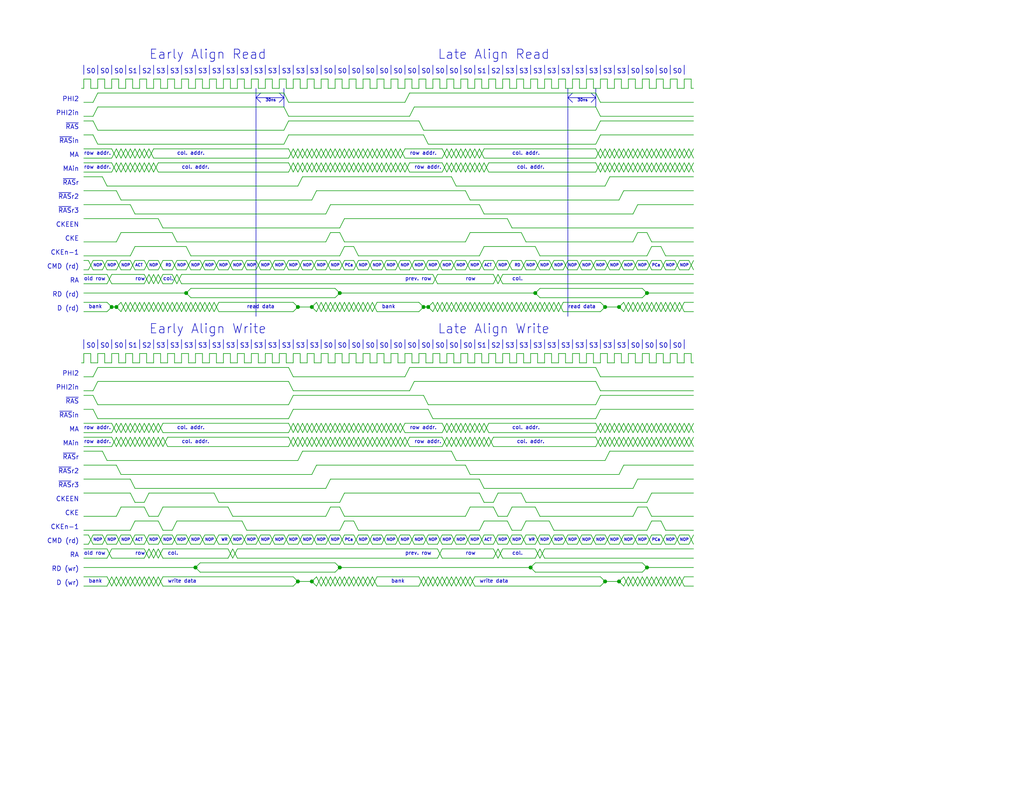
<source format=kicad_sch>
(kicad_sch (version 20230121) (generator eeschema)
  (paper "USLetter")
  (title_block (title "GW4201D (RAM2GS II) - EPM240 / 5M240Z / AG256") (date "2023-10-27") (rev "2.1") (company "Garrett's Workshop"))
  (junction (at 50.8 80.01))
  (junction (at 85.09 83.82))
  (junction (at 115.57 83.82))
  (junction (at 81.28 83.82))
  (junction (at 146.05 80.01))
  (junction (at 81.28 158.75))
  (junction (at 30.48 83.82))
  (junction (at 176.53 80.01))
  (junction (at 92.71 154.94))
  (junction (at 53.34 154.94))
  (junction (at 116.84 83.82))
  (junction (at 176.53 154.94))
  (junction (at 144.78 154.94))
  (junction (at 165.1 83.82))
  (junction (at 85.09 158.75))
  (junction (at 31.75 83.82))
  (junction (at 92.71 80.01))
  (junction (at 168.91 158.75))
  (junction (at 168.91 83.82))
  (junction (at 165.1 158.75))
  (wire (pts (xy 176.53 146.05) (xy 177.8 148.59)))
  (wire (pts (xy 109.22 121.92) (xy 107.95 119.38)))
  (wire (pts (xy 144.78 154.94) (xy 146.05 153.67)))
  (wire (pts (xy 166.37 40.64) (xy 165.1 43.18)))
  (wire (pts (xy 147.32 85.09) (xy 146.05 82.55)))
  (wire (pts (xy 91.44 153.67) (xy 92.71 154.94)))
  (wire (pts (xy 167.64 44.45) (xy 166.37 46.99)))
  (wire (pts (xy 93.98 157.48) (xy 95.25 160.02)))
  (wire (pts (xy 31.75 160.02) (xy 33.02 157.48)))
  (wire (pts (xy 135.89 148.59) (xy 138.43 148.59)))
  (wire (pts (xy 40.64 46.99) (xy 39.37 44.45)))
  (wire (pts (xy 118.11 24.13) (xy 118.11 21.59)))
  (wire (pts (xy 146.05 73.66) (xy 147.32 71.12)))
  (wire (pts (xy 78.74 33.02) (xy 114.3 33.02)))
  (wire (pts (xy 76.2 24.13) (xy 76.2 21.59)))
  (wire (pts (xy 123.19 48.26) (xy 124.46 50.8)))
  (wire (pts (xy 124.46 119.38) (xy 123.19 121.92)))
  (wire (pts (xy 95.25 99.06) (xy 95.25 96.52)))
  (wire (pts (xy 105.41 148.59) (xy 107.95 148.59)))
  (wire (pts (xy 91.44 82.55) (xy 92.71 85.09)))
  (wire (pts (xy 120.65 71.12) (xy 123.19 71.12)))
  (wire (pts (xy 33.02 157.48) (xy 34.29 160.02)))
  (wire (pts (xy 186.69 44.45) (xy 185.42 46.99)))
  (wire (pts (xy 57.15 99.06) (xy 57.15 96.52)))
  (wire (pts (xy 153.67 146.05) (xy 154.94 148.59)))
  (wire (pts (xy 143.51 82.55) (xy 142.24 85.09)))
  (wire (pts (xy 158.115 96.52) (xy 158.115 99.06)))
  (wire (pts (xy 144.78 21.59) (xy 146.685 21.59)))
  (wire (pts (xy 110.49 27.94) (xy 111.76 25.4)))
  (wire (pts (xy 184.15 157.48) (xy 185.42 160.02)))
  (wire (pts (xy 128.27 46.99) (xy 127 44.45)))
  (wire (pts (xy 85.09 71.12) (xy 86.36 73.66)))
  (wire (pts (xy 102.87 115.57) (xy 101.6 118.11)))
  (wire (pts (xy 148.59 99.06) (xy 146.685 99.06)))
  (wire (pts (xy 90.17 73.66) (xy 92.71 73.66)))
  (wire (pts (xy 119.38 152.4) (xy 64.77 152.4)))
  (wire (pts (xy 31.75 118.11) (xy 30.48 115.57)))
  (wire (pts (xy 92.71 115.57) (xy 91.44 118.11)))
  (wire (pts (xy 129.54 40.64) (xy 128.27 43.18)))
  (polyline (pts (xy 140.97 20.32) (xy 140.97 17.78)))
  (wire (pts (xy 68.58 21.59) (xy 70.485 21.59)))
  (wire (pts (xy 124.46 40.64) (xy 123.19 43.18)))
  (wire (pts (xy 173.99 44.45) (xy 172.72 46.99)))
  (wire (pts (xy 77.47 29.21) (xy 78.74 31.75)))
  (wire (pts (xy 163.83 21.59) (xy 165.735 21.59)))
  (wire (pts (xy 171.45 24.13) (xy 171.45 21.59)))
  (wire (pts (xy 46.99 71.12) (xy 48.26 73.66)))
  (wire (pts (xy 134.62 74.93) (xy 135.89 77.47)))
  (wire (pts (xy 114.3 21.59) (xy 116.205 21.59)))
  (wire (pts (xy 185.42 148.59) (xy 187.96 148.59)))
  (wire (pts (xy 119.38 77.47) (xy 134.62 77.47)))
  (wire (pts (xy 185.42 118.11) (xy 184.15 115.57)))
  (wire (pts (xy 167.64 46.99) (xy 166.37 44.45)))
  (wire (pts (xy 43.18 46.99) (xy 41.91 44.45)))
  (wire (pts (xy 81.28 148.59) (xy 82.55 146.05)))
  (wire (pts (xy 87.63 46.99) (xy 86.36 44.45)))
  (wire (pts (xy 165.1 148.59) (xy 166.37 146.05)))
  (wire (pts (xy 68.58 99.06) (xy 68.58 96.52)))
  (wire (pts (xy 186.69 157.48) (xy 189.23 157.48)))
  (wire (pts (xy 67.31 144.78) (xy 92.71 144.78)))
  (wire (pts (xy 130.81 146.05) (xy 132.08 148.59)))
  (wire (pts (xy 144.78 24.13) (xy 142.875 24.13)))
  (wire (pts (xy 189.23 44.45) (xy 187.96 46.99)))
  (polyline (pts (xy 80.01 20.32) (xy 80.01 17.78)))
  (polyline (pts (xy 77.47 24.13) (xy 77.47 29.21)))
  (wire (pts (xy 123.19 46.99) (xy 121.92 44.45)))
  (wire (pts (xy 80.01 82.55) (xy 81.28 83.82)))
  (wire (pts (xy 85.09 119.38) (xy 83.82 121.92)))
  (wire (pts (xy 38.1 99.06) (xy 36.195 99.06)))
  (wire (pts (xy 69.85 73.66) (xy 71.12 71.12)))
  (wire (pts (xy 167.64 99.06) (xy 165.735 99.06)))
  (wire (pts (xy 180.34 115.57) (xy 179.07 118.11)))
  (wire (pts (xy 59.69 71.12) (xy 62.23 71.12)))
  (wire (pts (xy 173.99 130.81) (xy 189.23 130.81)))
  (wire (pts (xy 52.07 69.85) (xy 92.71 69.85)))
  (wire (pts (xy 86.36 127) (xy 127 127)))
  (wire (pts (xy 86.36 71.12) (xy 88.9 71.12)))
  (polyline (pts (xy 156.21 20.32) (xy 156.21 17.78)))
  (wire (pts (xy 49.53 24.13) (xy 47.625 24.13)))
  (wire (pts (xy 72.39 96.52) (xy 74.295 96.52)))
  (wire (pts (xy 166.37 121.92) (xy 165.1 119.38)))
  (polyline (pts (xy 49.53 95.25) (xy 49.53 92.71)))
  (wire (pts (xy 119.38 148.59) (xy 120.65 146.05)))
  (wire (pts (xy 121.92 119.38) (xy 120.65 121.92)))
  (wire (pts (xy 133.35 44.45) (xy 132.08 46.99)))
  (wire (pts (xy 175.26 82.55) (xy 176.53 85.09)))
  (wire (pts (xy 110.49 43.18) (xy 120.65 43.18)))
  (wire (pts (xy 85.09 118.11) (xy 83.82 115.57)))
  (wire (pts (xy 151.13 71.12) (xy 153.67 71.12)))
  (wire (pts (xy 120.65 152.4) (xy 134.62 152.4)))
  (wire (pts (xy 57.15 24.13) (xy 55.245 24.13)))
  (wire (pts (xy 88.9 40.64) (xy 87.63 43.18)))
  (wire (pts (xy 101.6 43.18) (xy 100.33 40.64)))
  (wire (pts (xy 185.42 71.12) (xy 187.96 71.12)))
  (wire (pts (xy 165.1 50.8) (xy 166.37 48.26)))
  (wire (pts (xy 100.33 119.38) (xy 99.06 121.92)))
  (wire (pts (xy 176.53 80.01) (xy 189.23 80.01)))
  (wire (pts (xy 34.29 85.09) (xy 35.56 82.55)))
  (wire (pts (xy 181.61 73.66) (xy 184.15 73.66)))
  (wire (pts (xy 106.68 118.11) (xy 105.41 115.57)))
  (wire (pts (xy 52.07 82.55) (xy 53.34 85.09)))
  (wire (pts (xy 123.19 119.38) (xy 121.92 121.92)))
  (wire (pts (xy 182.88 40.64) (xy 181.61 43.18)))
  (wire (pts (xy 93.98 71.12) (xy 96.52 71.12)))
  (wire (pts (xy 96.52 115.57) (xy 95.25 118.11)))
  (wire (pts (xy 128.27 119.38) (xy 127 121.92)))
  (wire (pts (xy 78.74 71.12) (xy 81.28 71.12)))
  (wire (pts (xy 90.17 146.05) (xy 92.71 146.05)))
  (wire (pts (xy 35.56 55.88) (xy 36.83 58.42)))
  (wire (pts (xy 139.065 96.52) (xy 139.065 99.06)))
  (wire (pts (xy 162.56 114.3) (xy 163.83 111.76)))
  (wire (pts (xy 91.44 121.92) (xy 90.17 119.38)))
  (wire (pts (xy 39.37 43.18) (xy 38.1 40.64)))
  (wire (pts (xy 176.53 137.16) (xy 177.8 134.62)))
  (wire (pts (xy 34.29 121.92) (xy 33.02 119.38)))
  (wire (pts (xy 27.94 48.26) (xy 29.21 50.8)))
  (wire (pts (xy 132.08 119.38) (xy 130.81 121.92)))
  (wire (pts (xy 175.26 119.38) (xy 173.99 121.92)))
  (wire (pts (xy 165.735 96.52) (xy 165.735 99.06)))
  (wire (pts (xy 124.46 82.55) (xy 125.73 85.09)))
  (wire (pts (xy 111.76 119.38) (xy 120.65 119.38)))
  (wire (pts (xy 73.66 148.59) (xy 74.93 146.05)))
  (wire (pts (xy 22.86 140.97) (xy 31.75 140.97)))
  (wire (pts (xy 29.21 74.93) (xy 30.48 77.47)))
  (wire (pts (xy 33.02 85.09) (xy 34.29 82.55)))
  (wire (pts (xy 88.9 146.05) (xy 90.17 148.59)))
  (wire (pts (xy 171.45 46.99) (xy 170.18 44.45)))
  (wire (pts (xy 38.1 99.06) (xy 38.1 96.52)))
  (wire (pts (xy 93.98 140.97) (xy 127 140.97)))
  (wire (pts (xy 132.08 44.45) (xy 130.81 46.99)))
  (wire (pts (xy 163.83 157.48) (xy 165.1 158.75)))
  (wire (pts (xy 140.97 99.06) (xy 139.065 99.06)))
  (wire (pts (xy 102.87 99.06) (xy 102.87 96.52)))
  (wire (pts (xy 169.545 21.59) (xy 169.545 24.13)))
  (wire (pts (xy 181.61 44.45) (xy 180.34 46.99)))
  (wire (pts (xy 176.53 71.12) (xy 177.8 73.66)))
  (wire (pts (xy 120.65 82.55) (xy 121.92 85.09)))
  (wire (pts (xy 90.17 119.38) (xy 88.9 121.92)))
  (wire (pts (xy 107.95 71.12) (xy 109.22 73.66)))
  (wire (pts (xy 160.02 21.59) (xy 161.925 21.59)))
  (wire (pts (xy 22.86 31.75) (xy 25.4 31.75)))
  (wire (pts (xy 153.67 82.55) (xy 163.83 82.55)))
  (wire (pts (xy 96.52 148.59) (xy 97.79 146.05)))
  (wire (pts (xy 25.4 106.68) (xy 26.67 104.14)))
  (wire (pts (xy 107.95 73.66) (xy 109.22 71.12)))
  (wire (pts (xy 53.34 82.55) (xy 54.61 85.09)))
  (wire (pts (xy 45.72 121.92) (xy 78.74 121.92)))
  (wire (pts (xy 128.27 85.09) (xy 129.54 82.55)))
  (wire (pts (xy 36.83 44.45) (xy 35.56 46.99)))
  (wire (pts (xy 162.56 100.33) (xy 163.83 102.87)))
  (wire (pts (xy 154.94 148.59) (xy 157.48 148.59)))
  (wire (pts (xy 92.71 157.48) (xy 93.98 160.02)))
  (wire (pts (xy 113.03 29.21) (xy 162.56 29.21)))
  (wire (pts (xy 128.27 43.18) (xy 127 40.64)))
  (wire (pts (xy 147.32 69.85) (xy 176.53 69.85)))
  (wire (pts (xy 129.54 99.06) (xy 129.54 96.52)))
  (wire (pts (xy 113.03 73.66) (xy 115.57 73.66)))
  (wire (pts (xy 167.64 40.64) (xy 166.37 43.18)))
  (wire (pts (xy 166.37 44.45) (xy 165.1 46.99)))
  (wire (pts (xy 128.27 146.05) (xy 130.81 146.05)))
  (wire (pts (xy 59.69 82.55) (xy 80.01 82.55)))
  (wire (pts (xy 130.81 44.45) (xy 129.54 46.99)))
  (wire (pts (xy 120.65 157.48) (xy 121.92 160.02)))
  (wire (pts (xy 59.055 21.59) (xy 59.055 24.13)))
  (polyline (pts (xy 34.29 95.25) (xy 34.29 92.71)))
  (wire (pts (xy 96.52 40.64) (xy 95.25 43.18)))
  (wire (pts (xy 168.91 40.64) (xy 167.64 43.18)))
  (wire (pts (xy 142.24 63.5) (xy 143.51 66.04)))
  (wire (pts (xy 92.71 160.02) (xy 93.98 157.48)))
  (wire (pts (xy 100.965 96.52) (xy 100.965 99.06)))
  (wire (pts (xy 59.69 73.66) (xy 62.23 73.66)))
  (polyline (pts (xy 186.69 95.25) (xy 186.69 92.71)))
  (wire (pts (xy 88.9 66.04) (xy 90.17 63.5)))
  (wire (pts (xy 101.6 121.92) (xy 100.33 119.38)))
  (wire (pts (xy 36.83 58.42) (xy 88.9 58.42)))
  (wire (pts (xy 123.19 157.48) (xy 124.46 160.02)))
  (wire (pts (xy 158.75 71.12) (xy 161.29 71.12)))
  (wire (pts (xy 90.17 157.48) (xy 91.44 160.02)))
  (wire (pts (xy 120.65 149.86) (xy 134.62 149.86)))
  (wire (pts (xy 59.69 85.09) (xy 80.01 85.09)))
  (polyline (pts (xy 69.85 26.67) (xy 77.47 26.67)))
  (wire (pts (xy 176.53 85.09) (xy 177.8 82.55)))
  (wire (pts (xy 88.9 82.55) (xy 90.17 85.09)))
  (wire (pts (xy 34.29 115.57) (xy 33.02 118.11)))
  (wire (pts (xy 186.69 118.11) (xy 185.42 115.57)))
  (wire (pts (xy 104.14 44.45) (xy 102.87 46.99)))
  (wire (pts (xy 102.87 46.99) (xy 101.6 44.45)))
  (wire (pts (xy 184.15 43.18) (xy 182.88 40.64)))
  (wire (pts (xy 25.4 33.02) (xy 26.67 35.56)))
  (wire (pts (xy 120.015 21.59) (xy 120.015 24.13)))
  (wire (pts (xy 90.17 138.43) (xy 92.71 138.43)))
  (wire (pts (xy 173.99 55.88) (xy 189.23 55.88)))
  (wire (pts (xy 137.16 24.13) (xy 137.16 21.59)))
  (wire (pts (xy 167.64 96.52) (xy 169.545 96.52)))
  (wire (pts (xy 102.87 24.13) (xy 100.965 24.13)))
  (wire (pts (xy 157.48 71.12) (xy 158.75 73.66)))
  (wire (pts (xy 96.52 46.99) (xy 95.25 44.45)))
  (wire (pts (xy 168.91 148.59) (xy 170.18 146.05)))
  (wire (pts (xy 99.06 157.48) (xy 100.33 160.02)))
  (wire (pts (xy 97.79 43.18) (xy 96.52 40.64)))
  (wire (pts (xy 40.64 73.66) (xy 43.18 73.66)))
  (wire (pts (xy 127 82.55) (xy 128.27 85.09)))
  (wire (pts (xy 48.26 82.55) (xy 49.53 85.09)))
  (wire (pts (xy 63.5 148.59) (xy 66.04 148.59)))
  (wire (pts (xy 150.495 21.59) (xy 150.495 24.13)))
  (wire (pts (xy 71.12 73.66) (xy 73.66 73.66)))
  (wire (pts (xy 29.21 125.73) (xy 81.28 125.73)))
  (wire (pts (xy 181.61 71.12) (xy 184.15 71.12)))
  (wire (pts (xy 170.18 148.59) (xy 172.72 148.59)))
  (wire (pts (xy 175.26 156.21) (xy 176.53 154.94)))
  (wire (pts (xy 22.86 43.18) (xy 30.48 43.18)))
  (wire (pts (xy 40.64 160.02) (xy 41.91 157.48)))
  (wire (pts (xy 100.965 21.59) (xy 100.965 24.13)))
  (wire (pts (xy 121.92 99.06) (xy 121.92 96.52)))
  (wire (pts (xy 40.64 152.4) (xy 41.91 149.86)))
  (wire (pts (xy 35.56 144.78) (xy 36.83 142.24)))
  (wire (pts (xy 149.86 142.24) (xy 151.13 144.78)))
  (wire (pts (xy 88.9 118.11) (xy 87.63 115.57)))
  (wire (pts (xy 176.53 115.57) (xy 175.26 118.11)))
  (wire (pts (xy 55.88 146.05) (xy 58.42 146.05)))
  (wire (pts (xy 22.86 52.07) (xy 31.75 52.07)))
  (wire (pts (xy 96.52 118.11) (xy 95.25 115.57)))
  (wire (pts (xy 41.91 119.38) (xy 40.64 121.92)))
  (wire (pts (xy 170.18 73.66) (xy 172.72 73.66)))
  (wire (pts (xy 173.99 160.02) (xy 175.26 157.48)))
  (wire (pts (xy 22.86 152.4) (xy 29.21 152.4)))
  (wire (pts (xy 41.91 152.4) (xy 43.18 149.86)))
  (wire (pts (xy 116.84 146.05) (xy 119.38 146.05)))
  (wire (pts (xy 163.83 46.99) (xy 162.56 44.45)))
  (wire (pts (xy 69.85 148.59) (xy 71.12 146.05)))
  (wire (pts (xy 125.73 119.38) (xy 124.46 121.92)))
  (wire (pts (xy 125.73 85.09) (xy 127 82.55)))
  (wire (pts (xy 171.45 160.02) (xy 172.72 157.48)))
  (wire (pts (xy 90.17 121.92) (xy 88.9 119.38)))
  (wire (pts (xy 149.86 82.55) (xy 148.59 85.09)))
  (wire (pts (xy 189.23 99.06) (xy 188.595 99.06)))
  (wire (pts (xy 135.89 149.86) (xy 137.16 152.4)))
  (wire (pts (xy 53.34 24.13) (xy 51.435 24.13)))
  (wire (pts (xy 121.92 157.48) (xy 123.19 160.02)))
  (wire (pts (xy 127 148.59) (xy 128.27 146.05)))
  (wire (pts (xy 170.18 52.07) (xy 189.23 52.07)))
  (wire (pts (xy 38.1 118.11) (xy 36.83 115.57)))
  (wire (pts (xy 33.02 82.55) (xy 34.29 85.09)))
  (wire (pts (xy 177.8 160.02) (xy 179.07 157.48)))
  (wire (pts (xy 116.205 96.52) (xy 116.205 99.06)))
  (wire (pts (xy 181.61 69.85) (xy 189.23 69.85)))
  (wire (pts (xy 128.27 157.48) (xy 129.54 160.02)))
  (wire (pts (xy 142.875 96.52) (xy 142.875 99.06)))
  (wire (pts (xy 22.86 69.85) (xy 35.56 69.85)))
  (wire (pts (xy 22.86 24.13) (xy 22.225 24.13)))
  (wire (pts (xy 43.815 96.52) (xy 43.815 99.06)))
  (wire (pts (xy 92.71 137.16) (xy 93.98 134.62)))
  (polyline (pts (xy 53.34 20.32) (xy 53.34 17.78)))
  (wire (pts (xy 173.99 118.11) (xy 172.72 115.57)))
  (wire (pts (xy 170.18 46.99) (xy 168.91 44.45)))
  (wire (pts (xy 30.48 99.06) (xy 30.48 96.52)))
  (wire (pts (xy 82.55 115.57) (xy 81.28 118.11)))
  (wire (pts (xy 48.26 77.47) (xy 49.53 74.93)))
  (wire (pts (xy 143.51 85.09) (xy 142.24 82.55)))
  (wire (pts (xy 92.71 82.55) (xy 93.98 85.09)))
  (wire (pts (xy 104.14 121.92) (xy 102.87 119.38)))
  (wire (pts (xy 101.6 146.05) (xy 104.14 146.05)))
  (wire (pts (xy 95.25 40.64) (xy 93.98 43.18)))
  (wire (pts (xy 40.64 146.05) (xy 43.18 146.05)))
  (wire (pts (xy 33.02 63.5) (xy 46.99 63.5)))
  (wire (pts (xy 132.08 85.09) (xy 133.35 82.55)))
  (wire (pts (xy 81.28 146.05) (xy 82.55 148.59)))
  (wire (pts (xy 176.53 73.66) (xy 177.8 71.12)))
  (wire (pts (xy 46.99 82.55) (xy 48.26 85.09)))
  (wire (pts (xy 167.64 121.92) (xy 166.37 119.38)))
  (wire (pts (xy 154.94 73.66) (xy 157.48 73.66)))
  (polyline (pts (xy 95.25 20.32) (xy 95.25 17.78)))
  (wire (pts (xy 45.72 21.59) (xy 47.625 21.59)))
  (wire (pts (xy 26.67 110.49) (xy 78.74 110.49)))
  (wire (pts (xy 186.69 85.09) (xy 189.23 85.09)))
  (wire (pts (xy 46.99 63.5) (xy 48.26 66.04)))
  (polyline (pts (xy 99.06 95.25) (xy 99.06 92.71)))
  (wire (pts (xy 124.46 118.11) (xy 123.19 115.57)))
  (wire (pts (xy 36.83 46.99) (xy 35.56 44.45)))
  (wire (pts (xy 107.95 146.05) (xy 109.22 148.59)))
  (wire (pts (xy 172.72 40.64) (xy 171.45 43.18)))
  (wire (pts (xy 165.1 146.05) (xy 166.37 148.59)))
  (wire (pts (xy 118.11 74.93) (xy 119.38 77.47)))
  (wire (pts (xy 119.38 82.55) (xy 120.65 85.09)))
  (wire (pts (xy 59.69 148.59) (xy 62.23 148.59)))
  (wire (pts (xy 180.34 119.38) (xy 179.07 121.92)))
  (wire (pts (xy 176.53 40.64) (xy 175.26 43.18)))
  (wire (pts (xy 133.35 82.55) (xy 134.62 85.09)))
  (wire (pts (xy 85.725 96.52) (xy 85.725 99.06)))
  (polyline (pts (xy 154.94 24.13) (xy 154.94 86.36)))
  (wire (pts (xy 60.96 99.06) (xy 60.96 96.52)))
  (wire (pts (xy 54.61 148.59) (xy 55.88 146.05)))
  (wire (pts (xy 113.03 148.59) (xy 115.57 148.59)))
  (wire (pts (xy 90.17 71.12) (xy 92.71 71.12)))
  (wire (pts (xy 54.61 82.55) (xy 55.88 85.09)))
  (wire (pts (xy 48.26 74.93) (xy 49.53 77.47)))
  (wire (pts (xy 135.89 152.4) (xy 137.16 149.86)))
  (wire (pts (xy 74.93 148.59) (xy 77.47 148.59)))
  (wire (pts (xy 171.45 99.06) (xy 169.545 99.06)))
  (wire (pts (xy 104.14 43.18) (xy 102.87 40.64)))
  (wire (pts (xy 40.64 149.86) (xy 41.91 152.4)))
  (wire (pts (xy 102.87 96.52) (xy 104.775 96.52)))
  (wire (pts (xy 107.95 43.18) (xy 106.68 40.64)))
  (wire (pts (xy 168.91 83.82) (xy 170.18 85.09)))
  (wire (pts (xy 170.18 82.55) (xy 171.45 85.09)))
  (wire (pts (xy 44.45 77.47) (xy 46.99 77.47)))
  (wire (pts (xy 162.56 29.21) (xy 163.83 31.75)))
  (wire (pts (xy 40.64 40.64) (xy 39.37 43.18)))
  (wire (pts (xy 175.26 157.48) (xy 176.53 160.02)))
  (wire (pts (xy 26.67 21.59) (xy 28.575 21.59)))
  (wire (pts (xy 81.28 44.45) (xy 80.01 46.99)))
  (wire (pts (xy 88.9 44.45) (xy 87.63 46.99)))
  (polyline (pts (xy 171.45 95.25) (xy 171.45 92.71)))
  (wire (pts (xy 166.37 43.18) (xy 165.1 40.64)))
  (wire (pts (xy 171.45 119.38) (xy 170.18 121.92)))
  (wire (pts (xy 30.48 152.4) (xy 39.37 152.4)))
  (wire (pts (xy 90.17 82.55) (xy 91.44 85.09)))
  (wire (pts (xy 111.76 100.33) (xy 162.56 100.33)))
  (wire (pts (xy 127 66.04) (xy 128.27 63.5)))
  (wire (pts (xy 86.36 118.11) (xy 85.09 115.57)))
  (wire (pts (xy 82.55 121.92) (xy 81.28 119.38)))
  (wire (pts (xy 95.25 121.92) (xy 93.98 119.38)))
  (wire (pts (xy 115.57 146.05) (xy 116.84 148.59)))
  (wire (pts (xy 45.72 99.06) (xy 45.72 96.52)))
  (wire (pts (xy 123.19 44.45) (xy 121.92 46.99)))
  (wire (pts (xy 138.43 142.24) (xy 139.7 144.78)))
  (wire (pts (xy 140.97 96.52) (xy 142.875 96.52)))
  (wire (pts (xy 22.86 80.01) (xy 50.8 80.01)))
  (wire (pts (xy 43.18 73.66) (xy 44.45 71.12)))
  (wire (pts (xy 149.86 82.55) (xy 151.13 85.09)))
  (wire (pts (xy 176.53 138.43) (xy 177.8 140.97)))
  (wire (pts (xy 78.74 36.83) (xy 115.57 36.83)))
  (wire (pts (xy 76.2 24.13) (xy 74.295 24.13)))
  (wire (pts (xy 36.195 96.52) (xy 36.195 99.06)))
  (wire (pts (xy 38.1 96.52) (xy 40.005 96.52)))
  (wire (pts (xy 93.98 66.04) (xy 127 66.04)))
  (wire (pts (xy 66.04 71.12) (xy 67.31 73.66)))
  (wire (pts (xy 125.73 115.57) (xy 124.46 118.11)))
  (wire (pts (xy 100.33 44.45) (xy 99.06 46.99)))
  (wire (pts (xy 130.81 46.99) (xy 129.54 44.45)))
  (wire (pts (xy 129.54 99.06) (xy 127.635 99.06)))
  (wire (pts (xy 177.8 67.31) (xy 180.34 67.31)))
  (wire (pts (xy 118.11 160.02) (xy 119.38 157.48)))
  (wire (pts (xy 172.72 71.12) (xy 173.99 73.66)))
  (wire (pts (xy 127 118.11) (xy 125.73 115.57)))
  (wire (pts (xy 55.88 73.66) (xy 58.42 73.66)))
  (wire (pts (xy 35.56 46.99) (xy 34.29 44.45)))
  (wire (pts (xy 138.43 146.05) (xy 139.7 148.59)))
  (wire (pts (xy 78.105 21.59) (xy 78.105 24.13)))
  (wire (pts (xy 45.72 24.13) (xy 45.72 21.59)))
  (wire (pts (xy 101.6 85.09) (xy 102.87 82.55)))
  (wire (pts (xy 64.77 96.52) (xy 66.675 96.52)))
  (wire (pts (xy 43.18 82.55) (xy 44.45 85.09)))
  (wire (pts (xy 31.75 115.57) (xy 30.48 118.11)))
  (wire (pts (xy 133.35 46.99) (xy 162.56 46.99)))
  (wire (pts (xy 91.44 119.38) (xy 90.17 121.92)))
  (wire (pts (xy 181.61 146.05) (xy 184.15 146.05)))
  (wire (pts (xy 171.45 96.52) (xy 173.355 96.52)))
  (wire (pts (xy 179.07 157.48) (xy 180.34 160.02)))
  (wire (pts (xy 54.61 71.12) (xy 55.88 73.66)))
  (wire (pts (xy 80.01 85.09) (xy 81.28 83.82)))
  (wire (pts (xy 95.25 24.13) (xy 93.345 24.13)))
  (wire (pts (xy 171.45 118.11) (xy 170.18 115.57)))
  (wire (pts (xy 88.9 115.57) (xy 87.63 118.11)))
  (wire (pts (xy 62.865 21.59) (xy 62.865 24.13)))
  (wire (pts (xy 114.3 24.13) (xy 114.3 21.59)))
  (wire (pts (xy 92.71 85.09) (xy 93.98 82.55)))
  (wire (pts (xy 87.63 82.55) (xy 88.9 85.09)))
  (polyline (pts (xy 160.02 20.32) (xy 160.02 17.78)))
  (wire (pts (xy 140.97 24.13) (xy 140.97 21.59)))
  (wire (pts (xy 168.91 115.57) (xy 167.64 118.11)))
  (wire (pts (xy 115.57 36.83) (xy 116.84 39.37)))
  (wire (pts (xy 48.26 85.09) (xy 49.53 82.55)))
  (wire (pts (xy 161.29 146.05) (xy 162.56 148.59)))
  (wire (pts (xy 186.69 24.13) (xy 186.69 21.59)))
  (wire (pts (xy 22.86 59.69) (xy 43.18 59.69)))
  (wire (pts (xy 119.38 85.09) (xy 120.65 82.55)))
  (wire (pts (xy 43.18 157.48) (xy 44.45 160.02)))
  (wire (pts (xy 86.36 82.55) (xy 87.63 85.09)))
  (wire (pts (xy 168.91 158.75) (xy 170.18 157.48)))
  (wire (pts (xy 41.91 77.47) (xy 43.18 74.93)))
  (wire (pts (xy 26.67 35.56) (xy 77.47 35.56)))
  (wire (pts (xy 129.54 82.55) (xy 130.81 85.09)))
  (wire (pts (xy 133.35 121.92) (xy 132.08 119.38)))
  (wire (pts (xy 92.71 43.18) (xy 91.44 40.64)))
  (wire (pts (xy 44.45 144.78) (xy 46.99 144.78)))
  (wire (pts (xy 110.49 21.59) (xy 112.395 21.59)))
  (wire (pts (xy 92.71 46.99) (xy 91.44 44.45)))
  (wire (pts (xy 167.64 43.18) (xy 166.37 40.64)))
  (wire (pts (xy 132.08 58.42) (xy 172.72 58.42)))
  (wire (pts (xy 116.84 157.48) (xy 118.11 160.02)))
  (wire (pts (xy 87.63 24.13) (xy 87.63 21.59)))
  (wire (pts (xy 133.35 99.06) (xy 133.35 96.52)))
  (wire (pts (xy 111.76 119.38) (xy 110.49 121.92)))
  (wire (pts (xy 39.37 160.02) (xy 40.64 157.48)))
  (wire (pts (xy 27.94 71.12) (xy 29.21 73.66)))
  (wire (pts (xy 26.67 29.21) (xy 77.47 29.21)))
  (wire (pts (xy 87.63 96.52) (xy 89.535 96.52)))
  (wire (pts (xy 41.91 115.57) (xy 40.64 118.11)))
  (wire (pts (xy 172.72 118.11) (xy 171.45 115.57)))
  (wire (pts (xy 86.36 85.09) (xy 87.63 82.55)))
  (wire (pts (xy 148.59 96.52) (xy 150.495 96.52)))
  (wire (pts (xy 34.29 43.18) (xy 33.02 40.64)))
  (wire (pts (xy 144.78 85.09) (xy 143.51 82.55)))
  (wire (pts (xy 95.25 24.13) (xy 95.25 21.59)))
  (wire (pts (xy 58.42 71.12) (xy 59.69 73.66)))
  (wire (pts (xy 110.49 43.18) (xy 109.22 40.64)))
  (wire (pts (xy 180.34 148.59) (xy 181.61 146.05)))
  (wire (pts (xy 165.1 83.82) (xy 168.91 83.82)))
  (wire (pts (xy 187.96 146.05) (xy 189.23 148.59)))
  (wire (pts (xy 82.55 118.11) (xy 81.28 115.57)))
  (wire (pts (xy 31.75 66.04) (xy 33.02 63.5)))
  (wire (pts (xy 40.64 148.59) (xy 43.18 148.59)))
  (wire (pts (xy 31.75 148.59) (xy 33.02 146.05)))
  (wire (pts (xy 116.84 73.66) (xy 119.38 73.66)))
  (wire (pts (xy 106.68 24.13) (xy 104.775 24.13)))
  (wire (pts (xy 36.83 119.38) (xy 35.56 121.92)))
  (wire (pts (xy 91.44 43.18) (xy 90.17 40.64)))
  (wire (pts (xy 163.83 111.76) (xy 189.23 111.76)))
  (wire (pts (xy 163.83 160.02) (xy 165.1 158.75)))
  (wire (pts (xy 33.02 138.43) (xy 39.37 138.43)))
  (wire (pts (xy 186.69 43.18) (xy 185.42 40.64)))
  (wire (pts (xy 44.45 148.59) (xy 46.99 148.59)))
  (wire (pts (xy 158.115 21.59) (xy 158.115 24.13)))
  (wire (pts (xy 172.72 115.57) (xy 171.45 118.11)))
  (wire (pts (xy 34.29 21.59) (xy 36.195 21.59)))
  (wire (pts (xy 52.07 146.05) (xy 54.61 146.05)))
  (wire (pts (xy 64.77 21.59) (xy 66.675 21.59)))
  (wire (pts (xy 184.15 85.09) (xy 185.42 82.55)))
  (wire (pts (xy 68.58 96.52) (xy 70.485 96.52)))
  (wire (pts (xy 39.37 146.05) (xy 40.64 148.59)))
  (wire (pts (xy 151.13 148.59) (xy 153.67 148.59)))
  (wire (pts (xy 128.27 82.55) (xy 129.54 85.09)))
  (wire (pts (xy 85.09 146.05) (xy 86.36 148.59)))
  (wire (pts (xy 59.69 82.55) (xy 58.42 85.09)))
  (wire (pts (xy 144.78 85.09) (xy 146.05 82.55)))
  (polyline (pts (xy 22.86 95.25) (xy 22.86 92.71)))
  (wire (pts (xy 86.36 44.45) (xy 85.09 46.99)))
  (wire (pts (xy 33.02 119.38) (xy 31.75 121.92)))
  (wire (pts (xy 101.6 157.48) (xy 102.87 160.02)))
  (wire (pts (xy 114.3 24.13) (xy 112.395 24.13)))
  (wire (pts (xy 88.9 133.35) (xy 90.17 130.81)))
  (polyline (pts (xy 102.87 20.32) (xy 102.87 17.78)))
  (wire (pts (xy 44.45 85.09) (xy 45.72 82.55)))
  (wire (pts (xy 41.91 46.99) (xy 40.64 44.45)))
  (wire (pts (xy 175.26 99.06) (xy 175.26 96.52)))
  (wire (pts (xy 72.39 99.06) (xy 72.39 96.52)))
  (wire (pts (xy 86.36 157.48) (xy 87.63 160.02)))
  (wire (pts (xy 184.15 148.59) (xy 185.42 146.05)))
  (wire (pts (xy 109.22 115.57) (xy 107.95 118.11)))
  (wire (pts (xy 154.305 21.59) (xy 154.305 24.13)))
  (wire (pts (xy 90.17 43.18) (xy 88.9 40.64)))
  (wire (pts (xy 121.92 82.55) (xy 123.19 85.09)))
  (wire (pts (xy 34.29 40.64) (xy 33.02 43.18)))
  (wire (pts (xy 135.255 96.52) (xy 135.255 99.06)))
  (wire (pts (xy 58.42 148.59) (xy 59.69 146.05)))
  (polyline (pts (xy 106.68 20.32) (xy 106.68 17.78)))
  (wire (pts (xy 172.72 157.48) (xy 173.99 160.02)))
  (wire (pts (xy 77.47 146.05) (xy 78.74 148.59)))
  (wire (pts (xy 148.59 99.06) (xy 148.59 96.52)))
  (wire (pts (xy 185.42 44.45) (xy 184.15 46.99)))
  (wire (pts (xy 175.26 78.74) (xy 176.53 80.01)))
  (wire (pts (xy 97.79 82.55) (xy 99.06 85.09)))
  (wire (pts (xy 86.36 160.02) (xy 85.09 158.75)))
  (wire (pts (xy 46.99 74.93) (xy 44.45 74.93)))
  (polyline (pts (xy 64.77 20.32) (xy 64.77 17.78)))
  (wire (pts (xy 152.4 96.52) (xy 154.305 96.52)))
  (wire (pts (xy 86.36 85.09) (xy 85.09 83.82)))
  (wire (pts (xy 82.55 46.99) (xy 81.28 44.45)))
  (wire (pts (xy 175.26 21.59) (xy 177.165 21.59)))
  (wire (pts (xy 97.155 21.59) (xy 97.155 24.13)))
  (wire (pts (xy 152.4 24.13) (xy 152.4 21.59)))
  (wire (pts (xy 173.99 157.48) (xy 175.26 160.02)))
  (wire (pts (xy 134.62 82.55) (xy 135.89 85.09)))
  (wire (pts (xy 31.75 146.05) (xy 33.02 148.59)))
  (wire (pts (xy 80.01 121.92) (xy 78.74 119.38)))
  (wire (pts (xy 102.87 118.11) (xy 101.6 115.57)))
  (wire (pts (xy 114.3 157.48) (xy 115.57 160.02)))
  (wire (pts (xy 77.47 73.66) (xy 78.74 71.12)))
  (wire (pts (xy 189.23 40.64) (xy 187.96 43.18)))
  (wire (pts (xy 127 73.66) (xy 128.27 71.12)))
  (wire (pts (xy 114.3 160.02) (xy 115.57 157.48)))
  (wire (pts (xy 176.53 144.78) (xy 177.8 142.24)))
  (wire (pts (xy 71.12 146.05) (xy 73.66 146.05)))
  (wire (pts (xy 125.73 21.59) (xy 127.635 21.59)))
  (wire (pts (xy 111.76 46.99) (xy 110.49 44.45)))
  (wire (pts (xy 87.63 24.13) (xy 85.725 24.13)))
  (wire (pts (xy 180.34 142.24) (xy 181.61 144.78)))
  (wire (pts (xy 124.46 115.57) (xy 123.19 118.11)))
  (wire (pts (xy 81.28 40.64) (xy 80.01 43.18)))
  (wire (pts (xy 125.73 99.06) (xy 125.73 96.52)))
  (wire (pts (xy 118.11 77.47) (xy 119.38 74.93)))
  (wire (pts (xy 120.65 73.66) (xy 123.19 73.66)))
  (wire (pts (xy 38.1 40.64) (xy 36.83 43.18)))
  (wire (pts (xy 59.69 85.09) (xy 58.42 82.55)))
  (wire (pts (xy 39.37 152.4) (xy 40.64 149.86)))
  (wire (pts (xy 95.25 43.18) (xy 93.98 40.64)))
  (wire (pts (xy 129.54 157.48) (xy 163.83 157.48)))
  (wire (pts (xy 114.3 85.09) (xy 102.87 85.09)))
  (polyline (pts (xy 133.35 95.25) (xy 133.35 92.71)))
  (wire (pts (xy 101.6 44.45) (xy 100.33 46.99)))
  (wire (pts (xy 150.495 96.52) (xy 150.495 99.06)))
  (wire (pts (xy 125.73 46.99) (xy 124.46 44.45)))
  (wire (pts (xy 60.96 96.52) (xy 62.865 96.52)))
  (wire (pts (xy 104.14 119.38) (xy 102.87 121.92)))
  (wire (pts (xy 127 71.12) (xy 128.27 73.66)))
  (wire (pts (xy 104.775 21.59) (xy 104.775 24.13)))
  (polyline (pts (xy 77.47 26.67) (xy 76.2 27.94)))
  (wire (pts (xy 134.62 146.05) (xy 135.89 148.59)))
  (wire (pts (xy 81.28 73.66) (xy 82.55 71.12)))
  (wire (pts (xy 185.42 146.05) (xy 187.96 146.05)))
  (wire (pts (xy 43.18 121.92) (xy 41.91 119.38)))
  (wire (pts (xy 44.45 121.92) (xy 43.18 119.38)))
  (wire (pts (xy 184.785 96.52) (xy 184.785 99.06)))
  (wire (pts (xy 50.8 148.59) (xy 52.07 146.05)))
  (wire (pts (xy 39.37 118.11) (xy 38.1 115.57)))
  (wire (pts (xy 173.99 148.59) (xy 176.53 148.59)))
  (wire (pts (xy 180.34 44.45) (xy 179.07 46.99)))
  (wire (pts (xy 149.86 71.12) (xy 151.13 73.66)))
  (wire (pts (xy 40.64 71.12) (xy 43.18 71.12)))
  (wire (pts (xy 43.18 59.69) (xy 44.45 62.23)))
  (wire (pts (xy 102.87 157.48) (xy 114.3 157.48)))
  (wire (pts (xy 162.56 71.12) (xy 165.1 71.12)))
  (wire (pts (xy 29.21 71.12) (xy 31.75 71.12)))
  (wire (pts (xy 116.84 110.49) (xy 162.56 110.49)))
  (wire (pts (xy 78.74 31.75) (xy 111.76 31.75)))
  (wire (pts (xy 93.98 46.99) (xy 92.71 44.45)))
  (wire (pts (xy 45.72 82.55) (xy 46.99 85.09)))
  (wire (pts (xy 76.2 96.52) (xy 78.105 96.52)))
  (wire (pts (xy 147.32 78.74) (xy 175.26 78.74)))
  (wire (pts (xy 168.91 46.99) (xy 167.64 44.45)))
  (wire (pts (xy 43.18 152.4) (xy 44.45 149.86)))
  (wire (pts (xy 43.18 85.09) (xy 44.45 82.55)))
  (wire (pts (xy 153.67 85.09) (xy 163.83 85.09)))
  (polyline (pts (xy 182.88 95.25) (xy 182.88 92.71)))
  (wire (pts (xy 88.9 43.18) (xy 87.63 40.64)))
  (wire (pts (xy 132.08 115.57) (xy 130.81 118.11)))
  (wire (pts (xy 166.37 73.66) (xy 168.91 73.66)))
  (wire (pts (xy 123.19 115.57) (xy 121.92 118.11)))
  (polyline (pts (xy 26.67 20.32) (xy 26.67 17.78)))
  (wire (pts (xy 171.45 40.64) (xy 170.18 43.18)))
  (polyline (pts (xy 22.86 20.32) (xy 22.86 17.78)))
  (wire (pts (xy 163.83 24.13) (xy 161.925 24.13)))
  (wire (pts (xy 102.87 43.18) (xy 101.6 40.64)))
  (wire (pts (xy 107.95 40.64) (xy 106.68 43.18)))
  (wire (pts (xy 39.37 149.86) (xy 40.64 152.4)))
  (wire (pts (xy 40.64 157.48) (xy 41.91 160.02)))
  (wire (pts (xy 185.42 82.55) (xy 186.69 85.09)))
  (wire (pts (xy 132.08 133.35) (xy 172.72 133.35)))
  (wire (pts (xy 82.55 146.05) (xy 85.09 146.05)))
  (wire (pts (xy 22.86 99.06) (xy 22.225 99.06)))
  (wire (pts (xy 139.7 144.78) (xy 142.24 144.78)))
  (wire (pts (xy 127 160.02) (xy 128.27 157.48)))
  (wire (pts (xy 187.96 71.12) (xy 189.23 73.66)))
  (wire (pts (xy 152.4 99.06) (xy 152.4 96.52)))
  (wire (pts (xy 41.91 40.64) (xy 40.64 43.18)))
  (wire (pts (xy 44.45 149.86) (xy 62.23 149.86)))
  (wire (pts (xy 88.9 73.66) (xy 90.17 71.12)))
  (polyline (pts (xy 102.87 95.25) (xy 102.87 92.71)))
  (wire (pts (xy 175.26 24.13) (xy 175.26 21.59)))
  (wire (pts (xy 44.45 152.4) (xy 62.23 152.4)))
  (wire (pts (xy 39.37 85.09) (xy 40.64 82.55)))
  (wire (pts (xy 91.44 44.45) (xy 90.17 46.99)))
  (wire (pts (xy 173.99 115.57) (xy 172.72 118.11)))
  (wire (pts (xy 63.5 140.97) (xy 88.9 140.97)))
  (wire (pts (xy 38.1 43.18) (xy 36.83 40.64)))
  (wire (pts (xy 179.07 121.92) (xy 177.8 119.38)))
  (wire (pts (xy 69.85 71.12) (xy 71.12 73.66)))
  (wire (pts (xy 163.83 44.45) (xy 162.56 46.99)))
  (wire (pts (xy 97.79 71.12) (xy 100.33 71.12)))
  (wire (pts (xy 169.545 96.52) (xy 169.545 99.06)))
  (wire (pts (xy 29.21 146.05) (xy 31.75 146.05)))
  (wire (pts (xy 31.75 119.38) (xy 30.48 121.92)))
  (polyline (pts (xy 53.34 95.25) (xy 53.34 92.71)))
  (wire (pts (xy 187.96 44.45) (xy 186.69 46.99)))
  (wire (pts (xy 97.79 85.09) (xy 99.06 82.55)))
  (wire (pts (xy 50.8 80.01) (xy 52.07 81.28)))
  (wire (pts (xy 177.8 146.05) (xy 180.34 146.05)))
  (wire (pts (xy 97.79 44.45) (xy 96.52 46.99)))
  (wire (pts (xy 121.92 21.59) (xy 123.825 21.59)))
  (wire (pts (xy 92.71 71.12) (xy 93.98 73.66)))
  (wire (pts (xy 54.61 153.67) (xy 91.44 153.67)))
  (wire (pts (xy 114.3 33.02) (xy 115.57 35.56)))
  (wire (pts (xy 90.17 63.5) (xy 92.71 63.5)))
  (wire (pts (xy 93.98 160.02) (xy 95.25 157.48)))
  (wire (pts (xy 67.31 71.12) (xy 69.85 71.12)))
  (wire (pts (xy 129.54 119.38) (xy 128.27 121.92)))
  (wire (pts (xy 115.57 148.59) (xy 116.84 146.05)))
  (wire (pts (xy 72.39 99.06) (xy 70.485 99.06)))
  (wire (pts (xy 184.15 146.05) (xy 185.42 148.59)))
  (wire (pts (xy 127 85.09) (xy 128.27 82.55)))
  (wire (pts (xy 128.27 121.92) (xy 127 119.38)))
  (wire (pts (xy 181.61 160.02) (xy 182.88 157.48)))
  (polyline (pts (xy 156.21 27.94) (xy 154.94 26.67)))
  (wire (pts (xy 123.19 43.18) (xy 121.92 40.64)))
  (wire (pts (xy 128.27 63.5) (xy 142.24 63.5)))
  (wire (pts (xy 180.34 157.48) (xy 181.61 160.02)))
  (wire (pts (xy 58.42 146.05) (xy 59.69 148.59)))
  (wire (pts (xy 43.18 44.45) (xy 41.91 46.99)))
  (wire (pts (xy 95.25 96.52) (xy 97.155 96.52)))
  (wire (pts (xy 171.45 21.59) (xy 173.355 21.59)))
  (wire (pts (xy 34.29 24.13) (xy 34.29 21.59)))
  (wire (pts (xy 95.25 115.57) (xy 93.98 118.11)))
  (wire (pts (xy 138.43 82.55) (xy 139.7 85.09)))
  (wire (pts (xy 39.37 115.57) (xy 38.1 118.11)))
  (wire (pts (xy 24.765 21.59) (xy 22.86 21.59)))
  (wire (pts (xy 146.05 138.43) (xy 139.7 138.43)))
  (wire (pts (xy 168.91 83.82) (xy 170.18 82.55)))
  (wire (pts (xy 100.33 43.18) (xy 99.06 40.64)))
  (wire (pts (xy 24.13 73.66) (xy 25.4 71.12)))
  (polyline (pts (xy 83.82 20.32) (xy 83.82 17.78)))
  (wire (pts (xy 142.24 144.78) (xy 143.51 142.24)))
  (wire (pts (xy 116.84 160.02) (xy 118.11 157.48)))
  (wire (pts (xy 163.83 115.57) (xy 162.56 118.11)))
  (wire (pts (xy 130.81 71.12) (xy 132.08 73.66)))
  (wire (pts (xy 124.46 85.09) (xy 125.73 82.55)))
  (wire (pts (xy 39.37 121.92) (xy 38.1 119.38)))
  (wire (pts (xy 45.72 96.52) (xy 47.625 96.52)))
  (wire (pts (xy 163.83 121.92) (xy 162.56 119.38)))
  (wire (pts (xy 22.86 111.76) (xy 25.4 111.76)))
  (wire (pts (xy 26.67 96.52) (xy 28.575 96.52)))
  (wire (pts (xy 99.06 85.09) (xy 100.33 82.55)))
  (polyline (pts (xy 148.59 20.32) (xy 148.59 17.78)))
  (wire (pts (xy 83.82 96.52) (xy 85.725 96.52)))
  (wire (pts (xy 62.23 148.59) (xy 63.5 146.05)))
  (wire (pts (xy 82.55 43.18) (xy 81.28 40.64)))
  (wire (pts (xy 184.15 71.12) (xy 185.42 73.66)))
  (wire (pts (xy 31.75 44.45) (xy 30.48 46.99)))
  (wire (pts (xy 80.01 40.64) (xy 78.74 43.18)))
  (wire (pts (xy 36.195 21.59) (xy 36.195 24.13)))
  (wire (pts (xy 177.8 119.38) (xy 176.53 121.92)))
  (wire (pts (xy 105.41 43.18) (xy 104.14 40.64)))
  (wire (pts (xy 127 119.38) (xy 125.73 121.92)))
  (wire (pts (xy 129.54 44.45) (xy 128.27 46.99)))
  (wire (pts (xy 177.8 134.62) (xy 189.23 134.62)))
  (wire (pts (xy 93.98 146.05) (xy 96.52 146.05)))
  (polyline (pts (xy 179.07 95.25) (xy 179.07 92.71)))
  (polyline (pts (xy 118.11 20.32) (xy 118.11 17.78)))
  (wire (pts (xy 176.53 69.85) (xy 177.8 67.31)))
  (wire (pts (xy 160.02 99.06) (xy 160.02 96.52)))
  (wire (pts (xy 163.83 33.02) (xy 189.23 33.02)))
  (wire (pts (xy 157.48 73.66) (xy 158.75 71.12)))
  (wire (pts (xy 128.27 148.59) (xy 130.81 148.59)))
  (wire (pts (xy 29.21 82.55) (xy 30.48 83.82)))
  (wire (pts (xy 100.33 85.09) (xy 101.6 82.55)))
  (wire (pts (xy 175.26 153.67) (xy 176.53 154.94)))
  (wire (pts (xy 97.79 119.38) (xy 96.52 121.92)))
  (wire (pts (xy 77.47 25.4) (xy 78.74 27.94)))
  (wire (pts (xy 132.08 71.12) (xy 134.62 71.12)))
  (wire (pts (xy 184.15 40.64) (xy 182.88 43.18)))
  (wire (pts (xy 127 157.48) (xy 128.27 160.02)))
  (wire (pts (xy 172.72 133.35) (xy 173.99 130.81)))
  (wire (pts (xy 52.07 78.74) (xy 91.44 78.74)))
  (wire (pts (xy 130.81 55.88) (xy 132.08 58.42)))
  (wire (pts (xy 63.5 152.4) (xy 64.77 149.86)))
  (wire (pts (xy 99.06 96.52) (xy 100.965 96.52)))
  (wire (pts (xy 97.79 121.92) (xy 96.52 119.38)))
  (wire (pts (xy 128.27 160.02) (xy 129.54 157.48)))
  (wire (pts (xy 107.95 148.59) (xy 109.22 146.05)))
  (wire (pts (xy 129.54 121.92) (xy 128.27 119.38)))
  (wire (pts (xy 38.1 121.92) (xy 36.83 119.38)))
  (wire (pts (xy 110.49 96.52) (xy 112.395 96.52)))
  (wire (pts (xy 110.49 46.99) (xy 109.22 44.45)))
  (wire (pts (xy 36.83 73.66) (xy 39.37 73.66)))
  (wire (pts (xy 41.91 40.64) (xy 78.74 40.64)))
  (wire (pts (xy 53.34 99.06) (xy 51.435 99.06)))
  (wire (pts (xy 38.1 24.13) (xy 38.1 21.59)))
  (wire (pts (xy 95.25 119.38) (xy 93.98 121.92)))
  (wire (pts (xy 99.06 121.92) (xy 97.79 119.38)))
  (wire (pts (xy 88.9 140.97) (xy 90.17 138.43)))
  (wire (pts (xy 182.88 43.18) (xy 181.61 40.64)))
  (wire (pts (xy 148.59 149.86) (xy 189.23 149.86)))
  (wire (pts (xy 184.15 121.92) (xy 182.88 119.38)))
  (wire (pts (xy 83.82 99.06) (xy 83.82 96.52)))
  (wire (pts (xy 171.45 82.55) (xy 172.72 85.09)))
  (wire (pts (xy 184.15 73.66) (xy 185.42 71.12)))
  (wire (pts (xy 179.07 118.11) (xy 177.8 115.57)))
  (wire (pts (xy 47.625 96.52) (xy 47.625 99.06)))
  (wire (pts (xy 93.98 121.92) (xy 92.71 119.38)))
  (wire (pts (xy 86.36 157.48) (xy 85.09 158.75)))
  (wire (pts (xy 110.49 118.11) (xy 109.22 115.57)))
  (wire (pts (xy 101.6 118.11) (xy 100.33 115.57)))
  (wire (pts (xy 108.585 96.52) (xy 108.585 99.06)))
  (polyline (pts (xy 68.58 20.32) (xy 68.58 17.78)))
  (wire (pts (xy 48.26 148.59) (xy 50.8 148.59)))
  (wire (pts (xy 172.72 160.02) (xy 173.99 157.48)))
  (wire (pts (xy 62.23 73.66) (xy 63.5 71.12)))
  (wire (pts (xy 97.79 160.02) (xy 99.06 157.48)))
  (wire (pts (xy 87.63 157.48) (xy 88.9 160.02)))
  (wire (pts (xy 33.02 43.18) (xy 31.75 40.64)))
  (wire (pts (xy 175.26 24.13) (xy 173.355 24.13)))
  (polyline (pts (xy 30.48 20.32) (xy 30.48 17.78)))
  (wire (pts (xy 93.98 44.45) (xy 92.71 46.99)))
  (wire (pts (xy 153.67 148.59) (xy 154.94 146.05)))
  (wire (pts (xy 119.38 152.4) (xy 120.65 149.86)))
  (wire (pts (xy 176.53 44.45) (xy 175.26 46.99)))
  (polyline (pts (xy 91.44 95.25) (xy 91.44 92.71)))
  (polyline (pts (xy 148.59 95.25) (xy 148.59 92.71)))
  (wire (pts (xy 111.76 44.45) (xy 110.49 46.99)))
  (wire (pts (xy 41.91 85.09) (xy 43.18 82.55)))
  (wire (pts (xy 50.8 146.05) (xy 52.07 148.59)))
  (wire (pts (xy 46.99 85.09) (xy 48.26 82.55)))
  (wire (pts (xy 83.82 99.06) (xy 81.915 99.06)))
  (wire (pts (xy 36.83 133.35) (xy 88.9 133.35)))
  (wire (pts (xy 96.52 43.18) (xy 95.25 40.64)))
  (wire (pts (xy 39.37 74.93) (xy 40.64 77.47)))
  (wire (pts (xy 118.11 24.13) (xy 116.205 24.13)))
  (wire (pts (xy 176.53 63.5) (xy 177.8 66.04)))
  (wire (pts (xy 77.47 71.12) (xy 78.74 73.66)))
  (wire (pts (xy 30.48 96.52) (xy 32.385 96.52)))
  (wire (pts (xy 128.27 118.11) (xy 127 115.57)))
  (wire (pts (xy 24.13 146.05) (xy 25.4 148.59)))
  (wire (pts (xy 149.86 73.66) (xy 151.13 71.12)))
  (wire (pts (xy 130.81 69.85) (xy 132.08 67.31)))
  (wire (pts (xy 179.07 115.57) (xy 177.8 118.11)))
  (wire (pts (xy 119.38 73.66) (xy 120.65 71.12)))
  (wire (pts (xy 104.775 96.52) (xy 104.775 99.06)))
  (wire (pts (xy 36.83 115.57) (xy 35.56 118.11)))
  (wire (pts (xy 93.98 119.38) (xy 92.71 121.92)))
  (wire (pts (xy 59.055 96.52) (xy 59.055 99.06)))
  (wire (pts (xy 181.61 148.59) (xy 184.15 148.59)))
  (wire (pts (xy 182.88 157.48) (xy 184.15 160.02)))
  (wire (pts (xy 100.33 73.66) (xy 101.6 71.12)))
  (polyline (pts (xy 87.63 20.32) (xy 87.63 17.78)))
  (wire (pts (xy 36.83 142.24) (xy 43.18 142.24)))
  (polyline (pts (xy 162.56 24.13) (xy 162.56 29.21)))
  (wire (pts (xy 179.07 85.09) (xy 180.34 82.55)))
  (wire (pts (xy 45.72 24.13) (xy 43.815 24.13)))
  (wire (pts (xy 80.01 115.57) (xy 78.74 118.11)))
  (polyline (pts (xy 175.26 95.25) (xy 175.26 92.71)))
  (wire (pts (xy 177.8 157.48) (xy 179.07 160.02)))
  (wire (pts (xy 96.52 73.66) (xy 97.79 71.12)))
  (polyline (pts (xy 186.69 20.32) (xy 186.69 17.78)))
  (polyline (pts (xy 45.72 20.32) (xy 45.72 17.78)))
  (wire (pts (xy 111.76 46.99) (xy 120.65 46.99)))
  (wire (pts (xy 124.46 73.66) (xy 127 73.66)))
  (wire (pts (xy 101.6 119.38) (xy 100.33 121.92)))
  (wire (pts (xy 91.44 96.52) (xy 93.345 96.52)))
  (wire (pts (xy 167.64 24.13) (xy 167.64 21.59)))
  (wire (pts (xy 108.585 21.59) (xy 108.585 24.13)))
  (wire (pts (xy 130.81 85.09) (xy 132.08 82.55)))
  (wire (pts (xy 100.33 71.12) (xy 101.6 73.66)))
  (wire (pts (xy 118.11 114.3) (xy 162.56 114.3)))
  (wire (pts (xy 135.89 77.47) (xy 137.16 74.93)))
  (wire (pts (xy 167.64 24.13) (xy 165.735 24.13)))
  (wire (pts (xy 30.48 149.86) (xy 39.37 149.86)))
  (wire (pts (xy 95.25 118.11) (xy 93.98 115.57)))
  (wire (pts (xy 189.23 118.11) (xy 187.96 115.57)))
  (wire (pts (xy 185.42 40.64) (xy 184.15 43.18)))
  (wire (pts (xy 39.37 82.55) (xy 40.64 85.09)))
  (wire (pts (xy 34.29 119.38) (xy 33.02 121.92)))
  (wire (pts (xy 172.72 82.55) (xy 173.99 85.09)))
  (wire (pts (xy 25.4 111.76) (xy 26.67 114.3)))
  (wire (pts (xy 36.83 118.11) (xy 35.56 115.57)))
  (wire (pts (xy 36.83 43.18) (xy 35.56 40.64)))
  (wire (pts (xy 28.575 96.52) (xy 28.575 99.06)))
  (wire (pts (xy 41.91 149.86) (xy 43.18 152.4)))
  (wire (pts (xy 132.08 137.16) (xy 130.81 134.62)))
  (wire (pts (xy 86.36 73.66) (xy 88.9 73.66)))
  (wire (pts (xy 177.8 46.99) (xy 176.53 44.45)))
  (wire (pts (xy 163.83 24.13) (xy 163.83 21.59)))
  (wire (pts (xy 127 140.97) (xy 128.27 138.43)))
  (wire (pts (xy 24.13 71.12) (xy 22.86 71.12)))
  (polyline (pts (xy 38.1 95.25) (xy 38.1 92.71)))
  (wire (pts (xy 33.02 121.92) (xy 31.75 119.38)))
  (wire (pts (xy 172.72 46.99) (xy 171.45 44.45)))
  (wire (pts (xy 41.91 160.02) (xy 43.18 157.48)))
  (wire (pts (xy 91.44 78.74) (xy 92.71 80.01)))
  (wire (pts (xy 112.395 21.59) (xy 112.395 24.13)))
  (wire (pts (xy 124.46 148.59) (xy 127 148.59)))
  (wire (pts (xy 24.13 73.66) (xy 22.86 73.66)))
  (wire (pts (xy 107.95 118.11) (xy 106.68 115.57)))
  (polyline (pts (xy 72.39 95.25) (xy 72.39 92.71)))
  (wire (pts (xy 184.15 118.11) (xy 182.88 115.57)))
  (wire (pts (xy 22.86 46.99) (xy 30.48 46.99)))
  (wire (pts (xy 147.32 146.05) (xy 149.86 146.05)))
  (wire (pts (xy 97.79 118.11) (xy 96.52 115.57)))
  (wire (pts (xy 22.86 27.94) (xy 25.4 27.94)))
  (wire (pts (xy 24.765 99.06) (xy 24.765 96.52)))
  (wire (pts (xy 115.57 71.12) (xy 116.84 73.66)))
  (wire (pts (xy 39.37 71.12) (xy 40.64 73.66)))
  (wire (pts (xy 34.29 99.06) (xy 32.385 99.06)))
  (wire (pts (xy 91.44 24.13) (xy 91.44 21.59)))
  (wire (pts (xy 49.53 74.93) (xy 118.11 74.93)))
  (wire (pts (xy 107.95 119.38) (xy 106.68 121.92)))
  (wire (pts (xy 87.63 40.64) (xy 86.36 43.18)))
  (wire (pts (xy 109.22 43.18) (xy 107.95 40.64)))
  (wire (pts (xy 43.18 149.86) (xy 44.45 152.4)))
  (wire (pts (xy 144.78 99.06) (xy 142.875 99.06)))
  (wire (pts (xy 144.78 82.55) (xy 143.51 85.09)))
  (wire (pts (xy 36.83 148.59) (xy 39.37 148.59)))
  (wire (pts (xy 127 43.18) (xy 125.73 40.64)))
  (wire (pts (xy 95.25 46.99) (xy 93.98 44.45)))
  (wire (pts (xy 78.74 104.14) (xy 80.01 106.68)))
  (wire (pts (xy 147.32 71.12) (xy 149.86 71.12)))
  (wire (pts (xy 63.5 149.86) (xy 64.77 152.4)))
  (wire (pts (xy 83.82 24.13) (xy 83.82 21.59)))
  (wire (pts (xy 132.08 73.66) (xy 134.62 73.66)))
  (polyline (pts (xy 125.73 95.25) (xy 125.73 92.71)))
  (wire (pts (xy 163.83 43.18) (xy 162.56 40.64)))
  (wire (pts (xy 163.83 85.09) (xy 165.1 83.82)))
  (wire (pts (xy 127 40.64) (xy 125.73 43.18)))
  (wire (pts (xy 173.99 121.92) (xy 172.72 119.38)))
  (wire (pts (xy 38.1 44.45) (xy 36.83 46.99)))
  (wire (pts (xy 50.8 71.12) (xy 52.07 73.66)))
  (wire (pts (xy 80.01 24.13) (xy 80.01 21.59)))
  (wire (pts (xy 168.91 71.12) (xy 170.18 73.66)))
  (wire (pts (xy 154.94 146.05) (xy 157.48 146.05)))
  (wire (pts (xy 121.92 99.06) (xy 120.015 99.06)))
  (wire (pts (xy 121.92 24.13) (xy 121.92 21.59)))
  (wire (pts (xy 119.38 157.48) (xy 120.65 160.02)))
  (wire (pts (xy 177.8 148.59) (xy 180.34 148.59)))
  (wire (pts (xy 85.09 43.18) (xy 83.82 40.64)))
  (wire (pts (xy 186.69 119.38) (xy 185.42 121.92)))
  (wire (pts (xy 181.61 119.38) (xy 180.34 121.92)))
  (wire (pts (xy 176.53 118.11) (xy 175.26 115.57)))
  (wire (pts (xy 38.1 21.59) (xy 40.005 21.59)))
  (wire (pts (xy 170.18 119.38) (xy 168.91 121.92)))
  (wire (pts (xy 83.82 43.18) (xy 82.55 40.64)))
  (wire (pts (xy 105.41 118.11) (xy 104.14 115.57)))
  (wire (pts (xy 146.05 67.31) (xy 147.32 69.85)))
  (wire (pts (xy 91.44 46.99) (xy 90.17 44.45)))
  (wire (pts (xy 33.02 40.64) (xy 31.75 43.18)))
  (wire (pts (xy 86.36 121.92) (xy 85.09 119.38)))
  (wire (pts (xy 181.61 43.18) (xy 180.34 40.64)))
  (wire (pts (xy 63.5 73.66) (xy 66.04 73.66)))
  (wire (pts (xy 97.79 146.05) (xy 100.33 146.05)))
  (wire (pts (xy 189.23 119.38) (xy 187.96 121.92)))
  (polyline (pts (xy 152.4 20.32) (xy 152.4 17.78)))
  (wire (pts (xy 187.96 40.64) (xy 186.69 43.18)))
  (wire (pts (xy 125.73 40.64) (xy 124.46 43.18)))
  (wire (pts (xy 157.48 146.05) (xy 158.75 148.59)))
  (wire (pts (xy 34.29 82.55) (xy 35.56 85.09)))
  (wire (pts (xy 102.87 40.64) (xy 101.6 43.18)))
  (wire (pts (xy 128.27 44.45) (xy 127 46.99)))
  (wire (pts (xy 148.59 21.59) (xy 150.495 21.59)))
  (wire (pts (xy 168.91 54.61) (xy 170.18 52.07)))
  (wire (pts (xy 97.79 40.64) (xy 96.52 43.18)))
  (wire (pts (xy 31.75 140.97) (xy 33.02 138.43)))
  (wire (pts (xy 176.53 43.18) (xy 175.26 40.64)))
  (wire (pts (xy 67.31 144.78) (xy 66.04 142.24)))
  (wire (pts (xy 106.68 119.38) (xy 105.41 121.92)))
  (wire (pts (xy 35.56 69.85) (xy 36.83 67.31)))
  (polyline (pts (xy 76.2 95.25) (xy 76.2 92.71)))
  (polyline (pts (xy 167.64 95.25) (xy 167.64 92.71)))
  (wire (pts (xy 175.26 40.64) (xy 173.99 43.18)))
  (wire (pts (xy 49.53 96.52) (xy 51.435 96.52)))
  (wire (pts (xy 163.83 118.11) (xy 162.56 115.57)))
  (wire (pts (xy 163.83 82.55) (xy 165.1 83.82)))
  (wire (pts (xy 25.4 148.59) (xy 27.94 148.59)))
  (wire (pts (xy 27.94 73.66) (xy 29.21 71.12)))
  (wire (pts (xy 29.21 77.47) (xy 30.48 74.93)))
  (wire (pts (xy 161.925 96.52) (xy 161.925 99.06)))
  (wire (pts (xy 78.74 73.66) (xy 81.28 73.66)))
  (wire (pts (xy 123.19 121.92) (xy 121.92 119.38)))
  (wire (pts (xy 165.1 71.12) (xy 166.37 73.66)))
  (wire (pts (xy 35.56 43.18) (xy 34.29 40.64)))
  (wire (pts (xy 134.62 121.92) (xy 162.56 121.92)))
  (wire (pts (xy 81.28 46.99) (xy 80.01 44.45)))
  (wire (pts (xy 40.64 118.11) (xy 39.37 115.57)))
  (wire (pts (xy 177.8 118.11) (xy 176.53 115.57)))
  (wire (pts (xy 80.01 119.38) (xy 78.74 121.92)))
  (wire (pts (xy 166.37 148.59) (xy 168.91 148.59)))
  (wire (pts (xy 78.74 148.59) (xy 81.28 148.59)))
  (polyline (pts (xy 156.21 95.25) (xy 156.21 92.71)))
  (wire (pts (xy 186.69 46.99) (xy 185.42 44.45)))
  (wire (pts (xy 52.07 71.12) (xy 54.61 71.12)))
  (wire (pts (xy 77.47 39.37) (xy 78.74 36.83)))
  (wire (pts (xy 36.83 146.05) (xy 39.37 146.05)))
  (wire (pts (xy 44.45 82.55) (xy 45.72 85.09)))
  (wire (pts (xy 138.43 59.69) (xy 139.7 62.23)))
  (wire (pts (xy 85.09 44.45) (xy 83.82 46.99)))
  (wire (pts (xy 43.18 46.99) (xy 78.74 46.99)))
  (wire (pts (xy 101.6 71.12) (xy 104.14 71.12)))
  (wire (pts (xy 30.48 77.47) (xy 39.37 77.47)))
  (wire (pts (xy 39.37 40.64) (xy 38.1 43.18)))
  (wire (pts (xy 59.69 137.16) (xy 58.42 134.62)))
  (polyline (pts (xy 80.01 95.25) (xy 80.01 92.71)))
  (wire (pts (xy 125.73 118.11) (xy 124.46 115.57)))
  (wire (pts (xy 151.13 144.78) (xy 176.53 144.78)))
  (wire (pts (xy 180.34 160.02) (xy 181.61 157.48)))
  (wire (pts (xy 111.76 44.45) (xy 120.65 44.45)))
  (wire (pts (xy 146.05 80.01) (xy 147.32 81.28)))
  (wire (pts (xy 82.55 148.59) (xy 85.09 148.59)))
  (wire (pts (xy 134.62 148.59) (xy 135.89 146.05)))
  (wire (pts (xy 93.98 142.24) (xy 96.52 142.24)))
  (wire (pts (xy 85.09 148.59) (xy 86.36 146.05)))
  (wire (pts (xy 173.99 71.12) (xy 176.53 71.12)))
  (wire (pts (xy 78.74 146.05) (xy 81.28 146.05)))
  (wire (pts (xy 22.86 119.38) (xy 30.48 119.38)))
  (wire (pts (xy 142.24 82.55) (xy 140.97 85.09)))
  (wire (pts (xy 57.15 99.06) (xy 55.245 99.06)))
  (wire (pts (xy 188.595 96.52) (xy 188.595 99.06)))
  (wire (pts (xy 44.45 160.02) (xy 80.01 160.02)))
  (wire (pts (xy 124.46 157.48) (xy 125.73 160.02)))
  (wire (pts (xy 57.15 82.55) (xy 55.88 85.09)))
  (wire (pts (xy 102.87 24.13) (xy 102.87 21.59)))
  (polyline (pts (xy 167.64 20.32) (xy 167.64 17.78)))
  (wire (pts (xy 187.96 148.59) (xy 189.23 146.05)))
  (wire (pts (xy 35.56 82.55) (xy 36.83 85.09)))
  (wire (pts (xy 99.06 44.45) (xy 97.79 46.99)))
  (wire (pts (xy 134.62 85.09) (xy 135.89 82.55)))
  (wire (pts (xy 30.48 83.82) (xy 31.75 83.82)))
  (wire (pts (xy 180.34 82.55) (xy 181.61 85.09)))
  (wire (pts (xy 22.86 66.04) (xy 31.75 66.04)))
  (wire (pts (xy 181.61 115.57) (xy 180.34 118.11)))
  (wire (pts (xy 133.35 24.13) (xy 133.35 21.59)))
  (wire (pts (xy 144.78 96.52) (xy 146.685 96.52)))
  (wire (pts (xy 121.92 160.02) (xy 123.19 157.48)))
  (wire (pts (xy 175.26 121.92) (xy 173.99 119.38)))
  (wire (pts (xy 165.1 115.57) (xy 163.83 118.11)))
  (wire (pts (xy 35.56 85.09) (xy 36.83 82.55)))
  (wire (pts (xy 110.49 44.45) (xy 109.22 46.99)))
  (wire (pts (xy 43.18 118.11) (xy 41.91 115.57)))
  (wire (pts (xy 167.64 99.06) (xy 167.64 96.52)))
  (wire (pts (xy 162.56 73.66) (xy 165.1 73.66)))
  (wire (pts (xy 129.54 43.18) (xy 128.27 40.64)))
  (wire (pts (xy 26.67 25.4) (xy 77.47 25.4)))
  (wire (pts (xy 172.72 58.42) (xy 173.99 55.88)))
  (wire (pts (xy 176.53 160.02) (xy 177.8 157.48)))
  (wire (pts (xy 34.29 160.02) (xy 35.56 157.48)))
  (wire (pts (xy 105.41 44.45) (xy 104.14 46.99)))
  (wire (pts (xy 171.45 121.92) (xy 170.18 119.38)))
  (wire (pts (xy 182.88 21.59) (xy 184.785 21.59)))
  (wire (pts (xy 102.87 21.59) (xy 104.775 21.59)))
  (wire (pts (xy 179.07 99.06) (xy 179.07 96.52)))
  (polyline (pts (xy 144.78 20.32) (xy 144.78 17.78)))
  (wire (pts (xy 41.91 24.13) (xy 41.91 21.59)))
  (wire (pts (xy 86.36 43.18) (xy 85.09 40.64)))
  (wire (pts (xy 31.75 73.66) (xy 33.02 71.12)))
  (wire (pts (xy 180.975 96.52) (xy 180.975 99.06)))
  (wire (pts (xy 36.83 40.64) (xy 35.56 43.18)))
  (wire (pts (xy 106.68 24.13) (xy 106.68 21.59)))
  (wire (pts (xy 22.86 55.88) (xy 35.56 55.88)))
  (wire (pts (xy 146.05 156.21) (xy 175.26 156.21)))
  (wire (pts (xy 106.68 43.18) (xy 105.41 40.64)))
  (wire (pts (xy 22.86 36.83) (xy 25.4 36.83)))
  (wire (pts (xy 85.09 46.99) (xy 83.82 44.45)))
  (wire (pts (xy 121.92 46.99) (xy 120.65 44.45)))
  (wire (pts (xy 69.85 146.05) (xy 71.12 148.59)))
  (wire (pts (xy 129.54 160.02) (xy 163.83 160.02)))
  (polyline (pts (xy 38.1 20.32) (xy 38.1 17.78)))
  (wire (pts (xy 86.36 119.38) (xy 85.09 121.92)))
  (wire (pts (xy 80.01 106.68) (xy 111.76 106.68)))
  (wire (pts (xy 118.11 96.52) (xy 120.015 96.52)))
  (wire (pts (xy 149.86 85.09) (xy 148.59 82.55)))
  (wire (pts (xy 80.01 157.48) (xy 81.28 158.75)))
  (wire (pts (xy 34.29 157.48) (xy 35.56 160.02)))
  (polyline (pts (xy 110.49 20.32) (xy 110.49 17.78)))
  (wire (pts (xy 48.26 146.05) (xy 50.8 146.05)))
  (wire (pts (xy 118.11 82.55) (xy 119.38 85.09)))
  (wire (pts (xy 185.42 43.18) (xy 184.15 40.64)))
  (wire (pts (xy 119.38 74.93) (xy 134.62 74.93)))
  (wire (pts (xy 48.26 66.04) (xy 88.9 66.04)))
  (wire (pts (xy 148.59 85.09) (xy 147.32 82.55)))
  (wire (pts (xy 143.51 66.04) (xy 172.72 66.04)))
  (wire (pts (xy 93.98 85.09) (xy 95.25 82.55)))
  (wire (pts (xy 144.78 154.94) (xy 146.05 156.21)))
  (polyline (pts (xy 163.83 20.32) (xy 163.83 17.78)))
  (wire (pts (xy 91.44 85.09) (xy 92.71 82.55)))
  (wire (pts (xy 46.99 146.05) (xy 48.26 148.59)))
  (wire (pts (xy 33.02 146.05) (xy 35.56 146.05)))
  (wire (pts (xy 41.91 74.93) (xy 43.18 77.47)))
  (wire (pts (xy 82.55 48.26) (xy 123.19 48.26)))
  (wire (pts (xy 186.69 115.57) (xy 185.42 118.11)))
  (wire (pts (xy 132.08 43.18) (xy 130.81 40.64)))
  (wire (pts (xy 170.18 127) (xy 189.23 127)))
  (wire (pts (xy 81.28 119.38) (xy 80.01 121.92)))
  (wire (pts (xy 91.44 157.48) (xy 92.71 160.02)))
  (wire (pts (xy 133.35 24.13) (xy 131.445 24.13)))
  (wire (pts (xy 91.44 81.28) (xy 92.71 80.01)))
  (wire (pts (xy 130.81 134.62) (xy 93.98 134.62)))
  (wire (pts (xy 60.96 99.06) (xy 59.055 99.06)))
  (wire (pts (xy 133.35 46.99) (xy 132.08 44.45)))
  (wire (pts (xy 88.9 148.59) (xy 90.17 146.05)))
  (wire (pts (xy 121.92 40.64) (xy 120.65 43.18)))
  (wire (pts (xy 46.99 74.93) (xy 48.26 77.47)))
  (wire (pts (xy 189.23 152.4) (xy 148.59 152.4)))
  (wire (pts (xy 43.18 160.02) (xy 44.45 157.48)))
  (wire (pts (xy 90.17 148.59) (xy 92.71 148.59)))
  (wire (pts (xy 95.25 82.55) (xy 96.52 85.09)))
  (wire (pts (xy 31.75 83.82) (xy 33.02 82.55)))
  (wire (pts (xy 142.24 71.12) (xy 143.51 73.66)))
  (wire (pts (xy 187.96 118.11) (xy 186.69 115.57)))
  (wire (pts (xy 64.77 24.13) (xy 62.865 24.13)))
  (wire (pts (xy 62.23 152.4) (xy 63.5 149.86)))
  (wire (pts (xy 116.84 71.12) (xy 119.38 71.12)))
  (wire (pts (xy 134.62 137.16) (xy 132.08 137.16)))
  (wire (pts (xy 95.25 85.09) (xy 96.52 82.55)))
  (wire (pts (xy 31.75 71.12) (xy 33.02 73.66)))
  (wire (pts (xy 123.19 160.02) (xy 124.46 157.48)))
  (wire (pts (xy 130.81 130.81) (xy 132.08 133.35)))
  (wire (pts (xy 26.67 99.06) (xy 26.67 96.52)))
  (wire (pts (xy 140.97 24.13) (xy 139.065 24.13)))
  (wire (pts (xy 101.6 46.99) (xy 100.33 44.45)))
  (wire (pts (xy 88.9 157.48) (xy 90.17 160.02)))
  (wire (pts (xy 24.765 96.52) (xy 22.86 96.52)))
  (wire (pts (xy 137.16 74.93) (xy 189.23 74.93)))
  (wire (pts (xy 34.29 44.45) (xy 33.02 46.99)))
  (wire (pts (xy 93.98 148.59) (xy 96.52 148.59)))
  (wire (pts (xy 22.86 149.86) (xy 29.21 149.86)))
  (wire (pts (xy 170.18 146.05) (xy 172.72 146.05)))
  (wire (pts (xy 138.43 148.59) (xy 139.7 146.05)))
  (wire (pts (xy 111.76 121.92) (xy 110.49 119.38)))
  (wire (pts (xy 49.53 24.13) (xy 49.53 21.59)))
  (wire (pts (xy 144.78 99.06) (xy 144.78 96.52)))
  (wire (pts (xy 116.84 111.76) (xy 118.11 114.3)))
  (wire (pts (xy 96.52 157.48) (xy 97.79 160.02)))
  (wire (pts (xy 138.43 73.66) (xy 139.7 71.12)))
  (wire (pts (xy 68.58 24.13) (xy 66.675 24.13)))
  (wire (pts (xy 102.87 44.45) (xy 101.6 46.99)))
  (wire (pts (xy 179.07 44.45) (xy 177.8 46.99)))
  (wire (pts (xy 180.34 73.66) (xy 181.61 71.12)))
  (wire (pts (xy 102.87 121.92) (xy 101.6 119.38)))
  (wire (pts (xy 71.12 71.12) (xy 73.66 71.12)))
  (wire (pts (xy 165.1 43.18) (xy 163.83 40.64)))
  (wire (pts (xy 40.64 82.55) (xy 41.91 85.09)))
  (wire (pts (xy 70.485 21.59) (xy 70.485 24.13)))
  (wire (pts (xy 22.86 160.02) (xy 29.21 160.02)))
  (wire (pts (xy 97.155 96.52) (xy 97.155 99.06)))
  (wire (pts (xy 132.08 40.64) (xy 130.81 43.18)))
  (wire (pts (xy 27.94 123.19) (xy 29.21 125.73)))
  (wire (pts (xy 95.25 160.02) (xy 96.52 157.48)))
  (wire (pts (xy 33.02 160.02) (xy 34.29 157.48)))
  (wire (pts (xy 166.37 48.26) (xy 189.23 48.26)))
  (wire (pts (xy 88.9 119.38) (xy 87.63 121.92)))
  (wire (pts (xy 55.88 148.59) (xy 58.42 148.59)))
  (wire (pts (xy 43.18 74.93) (xy 44.45 77.47)))
  (wire (pts (xy 186.69 24.13) (xy 184.785 24.13)))
  (wire (pts (xy 125.73 24.13) (xy 123.825 24.13)))
  (wire (pts (xy 80.01 111.76) (xy 116.84 111.76)))
  (wire (pts (xy 139.7 148.59) (xy 142.24 148.59)))
  (wire (pts (xy 54.61 146.05) (xy 55.88 148.59)))
  (wire (pts (xy 110.49 24.13) (xy 108.585 24.13)))
  (wire (pts (xy 182.88 160.02) (xy 184.15 157.48)))
  (wire (pts (xy 82.55 73.66) (xy 85.09 73.66)))
  (wire (pts (xy 106.68 121.92) (xy 105.41 119.38)))
  (wire (pts (xy 99.06 21.59) (xy 100.965 21.59)))
  (wire (pts (xy 184.15 46.99) (xy 182.88 44.45)))
  (wire (pts (xy 121.92 43.18) (xy 120.65 40.64)))
  (wire (pts (xy 101.6 82.55) (xy 102.87 85.09)))
  (wire (pts (xy 100.33 121.92) (xy 99.06 119.38)))
  (wire (pts (xy 41.91 96.52) (xy 43.815 96.52)))
  (wire (pts (xy 151.13 73.66) (xy 153.67 73.66)))
  (wire (pts (xy 93.98 115.57) (xy 92.71 118.11)))
  (wire (pts (xy 188.595 21.59) (xy 188.595 24.13)))
  (wire (pts (xy 99.06 119.38) (xy 97.79 121.92)))
  (wire (pts (xy 160.02 99.06) (xy 158.115 99.06)))
  (wire (pts (xy 99.06 24.13) (xy 97.155 24.13)))
  (wire (pts (xy 105.41 115.57) (xy 104.14 118.11)))
  (wire (pts (xy 105.41 121.92) (xy 104.14 119.38)))
  (wire (pts (xy 96.52 121.92) (xy 95.25 119.38)))
  (wire (pts (xy 130.81 82.55) (xy 132.08 85.09)))
  (wire (pts (xy 171.45 99.06) (xy 171.45 96.52)))
  (wire (pts (xy 130.81 119.38) (xy 129.54 121.92)))
  (wire (pts (xy 29.21 73.66) (xy 31.75 73.66)))
  (wire (pts (xy 36.83 82.55) (xy 38.1 85.09)))
  (wire (pts (xy 176.53 82.55) (xy 177.8 85.09)))
  (wire (pts (xy 57.15 21.59) (xy 59.055 21.59)))
  (wire (pts (xy 40.64 115.57) (xy 39.37 118.11)))
  (wire (pts (xy 172.72 148.59) (xy 173.99 146.05)))
  (wire (pts (xy 51.435 21.59) (xy 51.435 24.13)))
  (wire (pts (xy 172.72 66.04) (xy 173.99 63.5)))
  (wire (pts (xy 176.53 119.38) (xy 175.26 121.92)))
  (wire (pts (xy 93.345 96.52) (xy 93.345 99.06)))
  (wire (pts (xy 93.98 67.31) (xy 96.52 67.31)))
  (wire (pts (xy 80.01 46.99) (xy 78.74 44.45)))
  (wire (pts (xy 110.49 99.06) (xy 110.49 96.52)))
  (wire (pts (xy 135.89 140.97) (xy 134.62 138.43)))
  (wire (pts (xy 175.26 43.18) (xy 173.99 40.64)))
  (wire (pts (xy 87.63 44.45) (xy 86.36 46.99)))
  (wire (pts (xy 148.59 24.13) (xy 148.59 21.59)))
  (wire (pts (xy 41.91 99.06) (xy 40.005 99.06)))
  (wire (pts (xy 92.71 119.38) (xy 91.44 121.92)))
  (polyline (pts (xy 121.92 20.32) (xy 121.92 17.78)))
  (wire (pts (xy 166.37 123.19) (xy 189.23 123.19)))
  (wire (pts (xy 179.07 46.99) (xy 177.8 44.45)))
  (wire (pts (xy 93.345 21.59) (xy 93.345 24.13)))
  (polyline (pts (xy 114.3 20.32) (xy 114.3 17.78)))
  (wire (pts (xy 180.34 85.09) (xy 181.61 82.55)))
  (wire (pts (xy 48.26 142.24) (xy 66.04 142.24)))
  (wire (pts (xy 161.925 21.59) (xy 161.925 24.13)))
  (wire (pts (xy 176.53 121.92) (xy 175.26 119.38)))
  (wire (pts (xy 22.86 127) (xy 31.75 127)))
  (wire (pts (xy 111.76 121.92) (xy 120.65 121.92)))
  (wire (pts (xy 162.56 104.14) (xy 163.83 106.68)))
  (wire (pts (xy 38.1 160.02) (xy 39.37 157.48)))
  (wire (pts (xy 80.01 96.52) (xy 81.915 96.52)))
  (wire (pts (xy 121.92 24.13) (xy 120.015 24.13)))
  (wire (pts (xy 106.68 99.06) (xy 106.68 96.52)))
  (wire (pts (xy 120.65 146.05) (xy 123.19 146.05)))
  (wire (pts (xy 91.44 24.13) (xy 89.535 24.13)))
  (wire (pts (xy 175.26 160.02) (xy 176.53 157.48)))
  (wire (pts (xy 83.82 40.64) (xy 82.55 43.18)))
  (wire (pts (xy 125.73 44.45) (xy 124.46 46.99)))
  (wire (pts (xy 87.63 85.09) (xy 88.9 82.55)))
  (wire (pts (xy 162.56 44.45) (xy 133.35 44.45)))
  (wire (pts (xy 92.71 146.05) (xy 93.98 148.59)))
  (wire (pts (xy 166.37 46.99) (xy 165.1 44.45)))
  (wire (pts (xy 135.89 134.62) (xy 134.62 137.16)))
  (wire (pts (xy 168.91 119.38) (xy 167.64 121.92)))
  (wire (pts (xy 53.34 96.52) (xy 55.245 96.52)))
  (wire (pts (xy 180.34 121.92) (xy 179.07 119.38)))
  (wire (pts (xy 63.5 140.97) (xy 62.23 138.43)))
  (wire (pts (xy 83.82 119.38) (xy 82.55 121.92)))
  (wire (pts (xy 100.33 82.55) (xy 101.6 85.09)))
  (wire (pts (xy 54.61 156.21) (xy 91.44 156.21)))
  (wire (pts (xy 173.99 46.99) (xy 172.72 44.45)))
  (wire (pts (xy 31.75 127) (xy 33.02 129.54)))
  (wire (pts (xy 172.72 146.05) (xy 173.99 148.59)))
  (wire (pts (xy 58.42 73.66) (xy 59.69 71.12)))
  (wire (pts (xy 111.76 148.59) (xy 113.03 146.05)))
  (wire (pts (xy 146.05 71.12) (xy 147.32 73.66)))
  (wire (pts (xy 138.43 71.12) (xy 139.7 73.66)))
  (wire (pts (xy 111.76 25.4) (xy 162.56 25.4)))
  (wire (pts (xy 64.77 149.86) (xy 119.38 149.86)))
  (wire (pts (xy 92.71 62.23) (xy 93.98 59.69)))
  (wire (pts (xy 118.11 99.06) (xy 118.11 96.52)))
  (wire (pts (xy 25.4 107.95) (xy 26.67 110.49)))
  (wire (pts (xy 24.13 148.59) (xy 25.4 146.05)))
  (wire (pts (xy 80.01 99.06) (xy 80.01 96.52)))
  (wire (pts (xy 134.62 119.38) (xy 133.35 121.92)))
  (wire (pts (xy 32.385 96.52) (xy 32.385 99.06)))
  (wire (pts (xy 81.915 21.59) (xy 81.915 24.13)))
  (wire (pts (xy 99.06 40.64) (xy 97.79 43.18)))
  (polyline (pts (xy 137.16 95.25) (xy 137.16 92.71)))
  (wire (pts (xy 22.86 85.09) (xy 29.21 85.09)))
  (wire (pts (xy 134.62 121.92) (xy 133.35 119.38)))
  (wire (pts (xy 106.68 46.99) (xy 105.41 44.45)))
  (wire (pts (xy 93.98 40.64) (xy 92.71 43.18)))
  (wire (pts (xy 119.38 71.12) (xy 120.65 73.66)))
  (wire (pts (xy 142.875 21.59) (xy 142.875 24.13)))
  (wire (pts (xy 189.23 24.13) (xy 188.595 24.13)))
  (wire (pts (xy 30.48 24.13) (xy 28.575 24.13)))
  (wire (pts (xy 133.35 118.11) (xy 162.56 118.11)))
  (wire (pts (xy 64.77 99.06) (xy 64.77 96.52)))
  (wire (pts (xy 80.01 24.13) (xy 78.105 24.13)))
  (wire (pts (xy 22.86 123.19) (xy 27.94 123.19)))
  (wire (pts (xy 64.77 24.13) (xy 64.77 21.59)))
  (wire (pts (xy 89.535 96.52) (xy 89.535 99.06)))
  (wire (pts (xy 143.51 71.12) (xy 146.05 71.12)))
  (wire (pts (xy 189.23 121.92) (xy 187.96 119.38)))
  (wire (pts (xy 184.15 160.02) (xy 185.42 157.48)))
  (wire (pts (xy 157.48 148.59) (xy 158.75 146.05)))
  (wire (pts (xy 189.23 43.18) (xy 187.96 40.64)))
  (wire (pts (xy 40.64 134.62) (xy 58.42 134.62)))
  (wire (pts (xy 121.92 44.45) (xy 120.65 46.99)))
  (polyline (pts (xy 163.83 95.25) (xy 163.83 92.71)))
  (wire (pts (xy 58.42 85.09) (xy 57.15 82.55)))
  (wire (pts (xy 97.79 144.78) (xy 130.81 144.78)))
  (wire (pts (xy 129.54 24.13) (xy 127.635 24.13)))
  (wire (pts (xy 49.53 21.59) (xy 51.435 21.59)))
  (wire (pts (xy 52.07 148.59) (xy 54.61 148.59)))
  (wire (pts (xy 184.15 44.45) (xy 182.88 46.99)))
  (wire (pts (xy 97.79 73.66) (xy 100.33 73.66)))
  (wire (pts (xy 170.18 115.57) (xy 168.91 118.11)))
  (wire (pts (xy 182.88 24.13) (xy 182.88 21.59)))
  (wire (pts (xy 182.88 99.06) (xy 182.88 96.52)))
  (wire (pts (xy 40.005 96.52) (xy 40.005 99.06)))
  (polyline (pts (xy 71.12 25.4) (xy 69.85 26.67)))
  (wire (pts (xy 185.42 160.02) (xy 186.69 157.48)))
  (wire (pts (xy 173.99 138.43) (xy 176.53 138.43)))
  (wire (pts (xy 147.32 73.66) (xy 149.86 73.66)))
  (wire (pts (xy 177.8 85.09) (xy 179.07 82.55)))
  (wire (pts (xy 33.02 129.54) (xy 85.09 129.54)))
  (wire (pts (xy 109.22 118.11) (xy 107.95 115.57)))
  (wire (pts (xy 165.1 46.99) (xy 163.83 44.45)))
  (wire (pts (xy 92.71 121.92) (xy 91.44 119.38)))
  (wire (pts (xy 173.355 21.59) (xy 173.355 24.13)))
  (polyline (pts (xy 57.15 20.32) (xy 57.15 17.78)))
  (wire (pts (xy 137.16 96.52) (xy 139.065 96.52)))
  (wire (pts (xy 156.21 24.13) (xy 156.21 21.59)))
  (wire (pts (xy 130.81 144.78) (xy 132.08 142.24)))
  (polyline (pts (xy 133.35 20.32) (xy 133.35 17.78)))
  (wire (pts (xy 125.73 82.55) (xy 127 85.09)))
  (wire (pts (xy 87.63 115.57) (xy 86.36 118.11)))
  (wire (pts (xy 182.88 96.52) (xy 184.785 96.52)))
  (wire (pts (xy 87.63 119.38) (xy 86.36 121.92)))
  (wire (pts (xy 163.83 27.94) (xy 189.23 27.94)))
  (wire (pts (xy 180.34 40.64) (xy 179.07 43.18)))
  (wire (pts (xy 123.19 118.11) (xy 121.92 115.57)))
  (wire (pts (xy 165.1 118.11) (xy 163.83 115.57)))
  (wire (pts (xy 49.53 85.09) (xy 50.8 82.55)))
  (wire (pts (xy 124.46 146.05) (xy 127 146.05)))
  (wire (pts (xy 163.83 31.75) (xy 189.23 31.75)))
  (wire (pts (xy 81.28 71.12) (xy 82.55 73.66)))
  (wire (pts (xy 97.79 148.59) (xy 100.33 148.59)))
  (wire (pts (xy 187.96 73.66) (xy 189.23 71.12)))
  (wire (pts (xy 46.99 77.47) (xy 48.26 74.93)))
  (wire (pts (xy 176.53 157.48) (xy 177.8 160.02)))
  (wire (pts (xy 180.34 118.11) (xy 179.07 115.57)))
  (wire (pts (xy 118.11 77.47) (xy 49.53 77.47)))
  (wire (pts (xy 106.68 115.57) (xy 105.41 118.11)))
  (wire (pts (xy 111.76 73.66) (xy 113.03 71.12)))
  (wire (pts (xy 33.02 44.45) (xy 31.75 46.99)))
  (wire (pts (xy 93.98 118.11) (xy 92.71 115.57)))
  (wire (pts (xy 111.76 31.75) (xy 113.03 29.21)))
  (wire (pts (xy 24.765 24.13) (xy 24.765 21.59)))
  (wire (pts (xy 74.93 71.12) (xy 77.47 71.12)))
  (wire (pts (xy 114.3 82.55) (xy 115.57 83.82)))
  (polyline (pts (xy 68.58 95.25) (xy 68.58 92.71)))
  (wire (pts (xy 115.57 73.66) (xy 116.84 71.12)))
  (wire (pts (xy 170.18 121.92) (xy 168.91 119.38)))
  (wire (pts (xy 166.37 146.05) (xy 168.91 146.05)))
  (wire (pts (xy 43.18 146.05) (xy 44.45 148.59)))
  (wire (pts (xy 32.385 21.59) (xy 32.385 24.13)))
  (wire (pts (xy 143.51 148.59) (xy 146.05 148.59)))
  (wire (pts (xy 97.79 115.57) (xy 96.52 118.11)))
  (wire (pts (xy 34.29 96.52) (xy 36.195 96.52)))
  (wire (pts (xy 168.91 121.92) (xy 167.64 119.38)))
  (wire (pts (xy 39.37 157.48) (xy 40.64 160.02)))
  (wire (pts (xy 22.86 102.87) (xy 25.4 102.87)))
  (wire (pts (xy 57.15 96.52) (xy 59.055 96.52)))
  (wire (pts (xy 139.065 21.59) (xy 139.065 24.13)))
  (wire (pts (xy 144.78 82.55) (xy 146.05 85.09)))
  (wire (pts (xy 161.29 71.12) (xy 162.56 73.66)))
  (wire (pts (xy 182.88 85.09) (xy 184.15 82.55)))
  (wire (pts (xy 175.26 118.11) (xy 173.99 115.57)))
  (wire (pts (xy 90.17 46.99) (xy 88.9 44.45)))
  (wire (pts (xy 133.35 96.52) (xy 135.255 96.52)))
  (wire (pts (xy 77.47 35.56) (xy 78.74 33.02)))
  (wire (pts (xy 92.71 144.78) (xy 93.98 142.24)))
  (wire (pts (xy 179.07 40.64) (xy 177.8 43.18)))
  (wire (pts (xy 182.88 46.99) (xy 181.61 44.45)))
  (wire (pts (xy 163.83 99.06) (xy 163.83 96.52)))
  (wire (pts (xy 134.62 149.86) (xy 135.89 152.4)))
  (wire (pts (xy 132.08 82.55) (xy 133.35 85.09)))
  (wire (pts (xy 50.8 80.01) (xy 52.07 78.74)))
  (wire (pts (xy 189.23 115.57) (xy 187.96 118.11)))
  (wire (pts (xy 26.67 39.37) (xy 77.47 39.37)))
  (wire (pts (xy 36.83 160.02) (xy 38.1 157.48)))
  (wire (pts (xy 43.815 21.59) (xy 43.815 24.13)))
  (wire (pts (xy 142.24 148.59) (xy 143.51 146.05)))
  (wire (pts (xy 181.61 121.92) (xy 180.34 119.38)))
  (wire (pts (xy 80.01 118.11) (xy 78.74 115.57)))
  (wire (pts (xy 105.41 119.38) (xy 104.14 121.92)))
  (wire (pts (xy 123.19 123.19) (xy 124.46 125.73)))
  (wire (pts (xy 123.19 148.59) (xy 124.46 146.05)))
  (wire (pts (xy 109.22 146.05) (xy 111.76 146.05)))
  (wire (pts (xy 105.41 46.99) (xy 104.14 44.45)))
  (wire (pts (xy 46.99 144.78) (xy 48.26 142.24)))
  (wire (pts (xy 127 121.92) (xy 125.73 119.38)))
  (wire (pts (xy 88.9 85.09) (xy 90.17 82.55)))
  (wire (pts (xy 100.33 157.48) (xy 101.6 160.02)))
  (wire (pts (xy 92.71 69.85) (xy 93.98 67.31)))
  (wire (pts (xy 99.06 118.11) (xy 97.79 115.57)))
  (wire (pts (xy 156.21 99.06) (xy 154.305 99.06)))
  (wire (pts (xy 81.28 83.82) (xy 85.09 83.82)))
  (wire (pts (xy 128.27 54.61) (xy 168.91 54.61)))
  (wire (pts (xy 144.78 24.13) (xy 144.78 21.59)))
  (wire (pts (xy 187.96 46.99) (xy 186.69 44.45)))
  (polyline (pts (xy 162.56 26.67) (xy 161.29 27.94)))
  (wire (pts (xy 114.3 96.52) (xy 116.205 96.52)))
  (wire (pts (xy 53.34 21.59) (xy 55.245 21.59)))
  (wire (pts (xy 177.8 115.57) (xy 176.53 118.11)))
  (wire (pts (xy 41.91 21.59) (xy 43.815 21.59)))
  (wire (pts (xy 151.13 146.05) (xy 153.67 146.05)))
  (wire (pts (xy 43.18 44.45) (xy 78.74 44.45)))
  (wire (pts (xy 85.09 40.64) (xy 83.82 43.18)))
  (wire (pts (xy 67.31 73.66) (xy 69.85 73.66)))
  (wire (pts (xy 163.83 40.64) (xy 162.56 43.18)))
  (wire (pts (xy 88.9 121.92) (xy 87.63 119.38)))
  (wire (pts (xy 132.08 43.18) (xy 162.56 43.18)))
  (wire (pts (xy 162.56 39.37) (xy 163.83 36.83)))
  (wire (pts (xy 80.01 99.06) (xy 78.105 99.06)))
  (wire (pts (xy 96.52 146.05) (xy 97.79 148.59)))
  (wire (pts (xy 137.16 24.13) (xy 135.255 24.13)))
  (wire (pts (xy 147.32 81.28) (xy 175.26 81.28)))
  (wire (pts (xy 125.73 43.18) (xy 124.46 40.64)))
  (wire (pts (xy 86.36 146.05) (xy 88.9 146.05)))
  (wire (pts (xy 38.1 119.38) (xy 36.83 121.92)))
  (wire (pts (xy 43.18 140.97) (xy 44.45 138.43)))
  (wire (pts (xy 173.99 146.05) (xy 176.53 146.05)))
  (wire (pts (xy 25.4 146.05) (xy 27.94 146.05)))
  (wire (pts (xy 104.14 46.99) (xy 102.87 44.45)))
  (wire (pts (xy 101.6 160.02) (xy 102.87 157.48)))
  (wire (pts (xy 101.6 40.64) (xy 100.33 43.18)))
  (wire (pts (xy 115.57 157.48) (xy 116.84 160.02)))
  (wire (pts (xy 113.03 146.05) (xy 115.57 146.05)))
  (wire (pts (xy 134.62 138.43) (xy 128.27 138.43)))
  (wire (pts (xy 149.86 148.59) (xy 151.13 146.05)))
  (wire (pts (xy 24.13 146.05) (xy 22.86 146.05)))
  (wire (pts (xy 22.86 74.93) (xy 29.21 74.93)))
  (wire (pts (xy 86.36 40.64) (xy 85.09 43.18)))
  (wire (pts (xy 106.68 40.64) (xy 105.41 43.18)))
  (wire (pts (xy 24.765 24.13) (xy 26.67 24.13)))
  (wire (pts (xy 180.34 71.12) (xy 181.61 73.66)))
  (wire (pts (xy 39.37 77.47) (xy 40.64 74.93)))
  (wire (pts (xy 170.18 160.02) (xy 171.45 157.48)))
  (wire (pts (xy 112.395 96.52) (xy 112.395 99.06)))
  (polyline (pts (xy 76.2 20.32) (xy 76.2 17.78)))
  (polyline (pts (xy 160.02 95.25) (xy 160.02 92.71)))
  (wire (pts (xy 186.69 82.55) (xy 189.23 82.55)))
  (wire (pts (xy 146.05 148.59) (xy 147.32 146.05)))
  (wire (pts (xy 138.43 140.97) (xy 135.89 140.97)))
  (wire (pts (xy 173.99 85.09) (xy 175.26 82.55)))
  (wire (pts (xy 48.26 73.66) (xy 50.8 73.66)))
  (wire (pts (xy 31.75 52.07) (xy 33.02 54.61)))
  (wire (pts (xy 129.54 24.13) (xy 129.54 21.59)))
  (wire (pts (xy 38.1 115.57) (xy 36.83 118.11)))
  (wire (pts (xy 45.72 121.92) (xy 44.45 119.38)))
  (wire (pts (xy 80.01 43.18) (xy 78.74 40.64)))
  (wire (pts (xy 185.42 115.57) (xy 184.15 118.11)))
  (wire (pts (xy 186.69 121.92) (xy 185.42 119.38)))
  (wire (pts (xy 22.86 144.78) (xy 35.56 144.78)))
  (wire (pts (xy 173.99 119.38) (xy 172.72 121.92)))
  (wire (pts (xy 152.4 85.09) (xy 151.13 82.55)))
  (wire (pts (xy 39.37 148.59) (xy 40.64 146.05)))
  (wire (pts (xy 153.67 82.55) (xy 152.4 85.09)))
  (polyline (pts (xy 129.54 20.32) (xy 129.54 17.78)))
  (wire (pts (xy 96.52 71.12) (xy 97.79 73.66)))
  (wire (pts (xy 171.45 24.13) (xy 169.545 24.13)))
  (wire (pts (xy 115.57 83.82) (xy 116.84 83.82)))
  (wire (pts (xy 137.16 77.47) (xy 189.23 77.47)))
  (wire (pts (xy 38.1 85.09) (xy 39.37 82.55)))
  (wire (pts (xy 72.39 24.13) (xy 70.485 24.13)))
  (wire (pts (xy 124.46 50.8) (xy 165.1 50.8)))
  (wire (pts (xy 99.06 82.55) (xy 100.33 85.09)))
  (wire (pts (xy 140.97 99.06) (xy 140.97 96.52)))
  (wire (pts (xy 124.46 160.02) (xy 125.73 157.48)))
  (wire (pts (xy 99.06 24.13) (xy 99.06 21.59)))
  (wire (pts (xy 129.54 21.59) (xy 131.445 21.59)))
  (wire (pts (xy 81.915 96.52) (xy 81.915 99.06)))
  (wire (pts (xy 162.56 35.56) (xy 163.83 33.02)))
  (wire (pts (xy 35.56 157.48) (xy 36.83 160.02)))
  (wire (pts (xy 87.63 43.18) (xy 86.36 40.64)))
  (wire (pts (xy 44.45 138.43) (xy 62.23 138.43)))
  (wire (pts (xy 172.72 140.97) (xy 173.99 138.43)))
  (wire (pts (xy 41.91 121.92) (xy 40.64 119.38)))
  (polyline (pts (xy 182.88 20.32) (xy 182.88 17.78)))
  (polyline (pts (xy 49.53 20.32) (xy 49.53 17.78)))
  (wire (pts (xy 160.02 24.13) (xy 160.02 21.59)))
  (wire (pts (xy 62.23 146.05) (xy 63.5 148.59)))
  (wire (pts (xy 78.105 96.52) (xy 78.105 99.06)))
  (wire (pts (xy 104.14 73.66) (xy 105.41 71.12)))
  (wire (pts (xy 81.28 158.75) (xy 85.09 158.75)))
  (wire (pts (xy 95.25 99.06) (xy 93.345 99.06)))
  (wire (pts (xy 106.68 21.59) (xy 108.585 21.59)))
  (wire (pts (xy 165.1 40.64) (xy 163.83 43.18)))
  (wire (pts (xy 180.34 146.05) (xy 181.61 148.59)))
  (polyline (pts (xy 125.73 20.32) (xy 125.73 17.78)))
  (wire (pts (xy 135.89 85.09) (xy 137.16 82.55)))
  (wire (pts (xy 64.77 99.06) (xy 62.865 99.06)))
  (wire (pts (xy 31.75 43.18) (xy 30.48 40.64)))
  (wire (pts (xy 135.255 21.59) (xy 135.255 24.13)))
  (wire (pts (xy 115.57 107.95) (xy 116.84 110.49)))
  (wire (pts (xy 148.59 82.55) (xy 147.32 85.09)))
  (wire (pts (xy 128.27 40.64) (xy 127 43.18)))
  (wire (pts (xy 86.36 148.59) (xy 88.9 148.59)))
  (wire (pts (xy 127 146.05) (xy 128.27 148.59)))
  (wire (pts (xy 95.25 44.45) (xy 93.98 46.99)))
  (wire (pts (xy 139.7 82.55) (xy 140.97 85.09)))
  (wire (pts (xy 172.72 85.09) (xy 173.99 82.55)))
  (wire (pts (xy 182.88 121.92) (xy 181.61 119.38)))
  (wire (pts (xy 44.45 115.57) (xy 43.18 118.11)))
  (wire (pts (xy 130.81 118.11) (xy 129.54 115.57)))
  (wire (pts (xy 167.64 21.59) (xy 169.545 21.59)))
  (wire (pts (xy 129.54 46.99) (xy 128.27 44.45)))
  (wire (pts (xy 34.29 99.06) (xy 34.29 96.52)))
  (polyline (pts (xy 156.21 25.4) (xy 154.94 26.67)))
  (wire (pts (xy 104.14 115.57) (xy 102.87 118.11)))
  (wire (pts (xy 52.07 85.09) (xy 53.34 82.55)))
  (wire (pts (xy 96.52 82.55) (xy 97.79 85.09)))
  (wire (pts (xy 133.35 115.57) (xy 162.56 115.57)))
  (wire (pts (xy 186.69 99.06) (xy 184.785 99.06)))
  (wire (pts (xy 119.38 149.86) (xy 120.65 152.4)))
  (polyline (pts (xy 175.26 20.32) (xy 175.26 17.78)))
  (wire (pts (xy 118.11 82.55) (xy 116.84 83.82)))
  (wire (pts (xy 78.74 100.33) (xy 80.01 102.87)))
  (wire (pts (xy 35.56 71.12) (xy 36.83 73.66)))
  (wire (pts (xy 63.5 71.12) (xy 66.04 71.12)))
  (wire (pts (xy 36.83 85.09) (xy 38.1 82.55)))
  (wire (pts (xy 129.54 96.52) (xy 131.445 96.52)))
  (wire (pts (xy 90.17 44.45) (xy 88.9 46.99)))
  (wire (pts (xy 110.49 102.87) (xy 111.76 100.33)))
  (wire (pts (xy 110.49 40.64) (xy 109.22 43.18)))
  (wire (pts (xy 148.59 24.13) (xy 146.685 24.13)))
  (wire (pts (xy 45.72 85.09) (xy 46.99 82.55)))
  (wire (pts (xy 99.06 160.02) (xy 100.33 157.48)))
  (wire (pts (xy 102.87 82.55) (xy 114.3 82.55)))
  (wire (pts (xy 186.69 96.52) (xy 188.595 96.52)))
  (wire (pts (xy 152.4 82.55) (xy 151.13 85.09)))
  (wire (pts (xy 119.38 160.02) (xy 120.65 157.48)))
  (wire (pts (xy 25.4 73.66) (xy 27.94 73.66)))
  (wire (pts (xy 35.56 121.92) (xy 34.29 119.38)))
  (wire (pts (xy 93.98 59.69) (xy 138.43 59.69)))
  (wire (pts (xy 26.67 114.3) (xy 78.74 114.3)))
  (wire (pts (xy 167.64 115.57) (xy 166.37 118.11)))
  (wire (pts (xy 33.02 71.12) (xy 35.56 71.12)))
  (wire (pts (xy 44.45 62.23) (xy 92.71 62.23)))
  (wire (pts (xy 27.94 146.05) (xy 29.21 148.59)))
  (polyline (pts (xy 41.91 95.25) (xy 41.91 92.71)))
  (wire (pts (xy 133.35 115.57) (xy 132.08 118.11)))
  (wire (pts (xy 66.04 146.05) (xy 67.31 148.59)))
  (wire (pts (xy 99.06 115.57) (xy 97.79 118.11)))
  (wire (pts (xy 104.14 118.11) (xy 102.87 115.57)))
  (wire (pts (xy 185.42 157.48) (xy 186.69 160.02)))
  (wire (pts (xy 106.68 99.06) (xy 104.775 99.06)))
  (wire (pts (xy 176.53 154.94) (xy 189.23 154.94)))
  (wire (pts (xy 115.57 35.56) (xy 162.56 35.56)))
  (wire (pts (xy 44.45 115.57) (xy 78.74 115.57)))
  (wire (pts (xy 177.165 96.52) (xy 177.165 99.06)))
  (wire (pts (xy 143.51 146.05) (xy 146.05 146.05)))
  (wire (pts (xy 41.91 82.55) (xy 43.18 85.09)))
  (wire (pts (xy 44.45 146.05) (xy 46.99 146.05)))
  (wire (pts (xy 29.21 152.4) (xy 30.48 149.86)))
  (wire (pts (xy 179.07 24.13) (xy 177.165 24.13)))
  (polyline (pts (xy 95.25 95.25) (xy 95.25 92.71)))
  (wire (pts (xy 132.08 148.59) (xy 134.62 148.59)))
  (wire (pts (xy 135.89 74.93) (xy 137.16 77.47)))
  (wire (pts (xy 170.18 118.11) (xy 168.91 115.57)))
  (wire (pts (xy 22.86 96.52) (xy 22.86 99.06)))
  (wire (pts (xy 60.96 21.59) (xy 62.865 21.59)))
  (wire (pts (xy 62.23 149.86) (xy 63.5 152.4)))
  (wire (pts (xy 142.24 73.66) (xy 143.51 71.12)))
  (wire (pts (xy 30.48 160.02) (xy 31.75 157.48)))
  (wire (pts (xy 29.21 160.02) (xy 30.48 157.48)))
  (wire (pts (xy 170.18 85.09) (xy 171.45 82.55)))
  (wire (pts (xy 171.45 157.48) (xy 172.72 160.02)))
  (wire (pts (xy 96.52 160.02) (xy 97.79 157.48)))
  (wire (pts (xy 92.71 63.5) (xy 93.98 66.04)))
  (wire (pts (xy 138.43 85.09) (xy 139.7 82.55)))
  (wire (pts (xy 86.36 52.07) (xy 127 52.07)))
  (wire (pts (xy 40.64 74.93) (xy 41.91 77.47)))
  (wire (pts (xy 143.51 137.16) (xy 176.53 137.16)))
  (wire (pts (xy 181.61 118.11) (xy 180.34 115.57)))
  (wire (pts (xy 123.19 40.64) (xy 121.92 43.18)))
  (wire (pts (xy 152.4 24.13) (xy 150.495 24.13)))
  (wire (pts (xy 83.82 118.11) (xy 82.55 115.57)))
  (wire (pts (xy 179.07 82.55) (xy 180.34 85.09)))
  (wire (pts (xy 26.67 100.33) (xy 78.74 100.33)))
  (wire (pts (xy 90.17 130.81) (xy 130.81 130.81)))
  (wire (pts (xy 181.61 157.48) (xy 182.88 160.02)))
  (wire (pts (xy 100.33 115.57) (xy 99.06 118.11)))
  (polyline (pts (xy 171.45 20.32) (xy 171.45 17.78)))
  (wire (pts (xy 165.1 44.45) (xy 163.83 46.99)))
  (wire (pts (xy 175.26 115.57) (xy 173.99 118.11)))
  (wire (pts (xy 30.48 99.06) (xy 28.575 99.06)))
  (polyline (pts (xy 72.39 20.32) (xy 72.39 17.78)))
  (polyline (pts (xy 77.47 26.67) (xy 76.2 25.4)))
  (wire (pts (xy 40.005 21.59) (xy 40.005 24.13)))
  (wire (pts (xy 66.675 96.52) (xy 66.675 99.06)))
  (wire (pts (xy 33.02 115.57) (xy 31.75 118.11)))
  (wire (pts (xy 177.8 121.92) (xy 176.53 119.38)))
  (wire (pts (xy 111.76 71.12) (xy 113.03 73.66)))
  (wire (pts (xy 31.75 121.92) (xy 30.48 119.38)))
  (wire (pts (xy 36.83 67.31) (xy 50.8 67.31)))
  (wire (pts (xy 114.3 99.06) (xy 112.395 99.06)))
  (wire (pts (xy 127 46.99) (xy 125.73 44.45)))
  (wire (pts (xy 71.12 148.59) (xy 73.66 148.59)))
  (wire (pts (xy 168.91 118.11) (xy 167.64 115.57)))
  (wire (pts (xy 171.45 43.18) (xy 170.18 40.64)))
  (wire (pts (xy 139.7 85.09) (xy 140.97 82.55)))
  (wire (pts (xy 137.16 99.06) (xy 135.255 99.06)))
  (wire (pts (xy 184.785 21.59) (xy 184.785 24.13)))
  (wire (pts (xy 31.75 46.99) (xy 30.48 44.45)))
  (wire (pts (xy 105.41 40.64) (xy 104.14 43.18)))
  (wire (pts (xy 33.02 73.66) (xy 35.56 73.66)))
  (wire (pts (xy 173.99 63.5) (xy 176.53 63.5)))
  (wire (pts (xy 85.09 73.66) (xy 86.36 71.12)))
  (wire (pts (xy 31.75 157.48) (xy 33.02 160.02)))
  (wire (pts (xy 90.17 85.09) (xy 91.44 82.55)))
  (wire (pts (xy 44.45 157.48) (xy 80.01 157.48)))
  (wire (pts (xy 73.66 71.12) (xy 74.93 73.66)))
  (wire (pts (xy 43.18 71.12) (xy 44.45 73.66)))
  (polyline (pts (xy 87.63 95.25) (xy 87.63 92.71)))
  (wire (pts (xy 143.51 137.16) (xy 142.24 134.62)))
  (wire (pts (xy 35.56 160.02) (xy 36.83 157.48)))
  (wire (pts (xy 124.46 71.12) (xy 127 71.12)))
  (wire (pts (xy 161.29 73.66) (xy 162.56 71.12)))
  (wire (pts (xy 172.72 43.18) (xy 171.45 40.64)))
  (wire (pts (xy 83.82 115.57) (xy 82.55 118.11)))
  (wire (pts (xy 181.61 85.09) (xy 182.88 82.55)))
  (wire (pts (xy 87.63 99.06) (xy 85.725 99.06)))
  (wire (pts (xy 170.18 43.18) (xy 168.91 40.64)))
  (wire (pts (xy 177.8 40.64) (xy 176.53 43.18)))
  (wire (pts (xy 81.28 43.18) (xy 80.01 40.64)))
  (wire (pts (xy 135.89 73.66) (xy 138.43 73.66)))
  (wire (pts (xy 30.48 24.13) (xy 30.48 21.59)))
  (wire (pts (xy 172.72 44.45) (xy 171.45 46.99)))
  (wire (pts (xy 97.79 46.99) (xy 96.52 44.45)))
  (wire (pts (xy 162.56 110.49) (xy 163.83 107.95)))
  (wire (pts (xy 124.46 43.18) (xy 123.19 40.64)))
  (wire (pts (xy 131.445 96.52) (xy 131.445 99.06)))
  (wire (pts (xy 125.73 24.13) (xy 125.73 21.59)))
  (polyline (pts (xy 34.29 20.32) (xy 34.29 17.78)))
  (wire (pts (xy 181.61 82.55) (xy 182.88 85.09)))
  (wire (pts (xy 22.86 121.92) (xy 30.48 121.92)))
  (polyline (pts (xy 57.15 95.25) (xy 57.15 92.71)))
  (wire (pts (xy 59.69 137.16) (xy 92.71 137.16)))
  (wire (pts (xy 152.4 99.06) (xy 150.495 99.06)))
  (wire (pts (xy 124.46 44.45) (xy 123.19 46.99)))
  (wire (pts (xy 182.88 99.06) (xy 180.975 99.06)))
  (wire (pts (xy 137.16 149.86) (xy 146.05 149.86)))
  (wire (pts (xy 152.4 21.59) (xy 154.305 21.59)))
  (wire (pts (xy 107.95 115.57) (xy 106.68 118.11)))
  (wire (pts (xy 96.52 44.45) (xy 95.25 46.99)))
  (polyline (pts (xy 114.3 95.25) (xy 114.3 92.71)))
  (wire (pts (xy 83.82 44.45) (xy 82.55 46.99)))
  (wire (pts (xy 100.33 146.05) (xy 101.6 148.59)))
  (wire (pts (xy 184.15 82.55) (xy 185.42 85.09)))
  (wire (pts (xy 36.83 71.12) (xy 39.37 71.12)))
  (wire (pts (xy 92.71 118.11) (xy 91.44 115.57)))
  (wire (pts (xy 101.6 73.66) (xy 104.14 73.66)))
  (wire (pts (xy 163.83 102.87) (xy 189.23 102.87)))
  (wire (pts (xy 125.73 157.48) (xy 127 160.02)))
  (wire (pts (xy 109.22 71.12) (xy 111.76 71.12)))
  (wire (pts (xy 38.1 46.99) (xy 36.83 44.45)))
  (wire (pts (xy 54.61 85.09) (xy 55.88 82.55)))
  (wire (pts (xy 40.64 43.18) (xy 39.37 40.64)))
  (wire (pts (xy 168.91 129.54) (xy 170.18 127)))
  (wire (pts (xy 119.38 146.05) (xy 120.65 148.59)))
  (wire (pts (xy 22.86 130.81) (xy 35.56 130.81)))
  (wire (pts (xy 82.55 123.19) (xy 123.19 123.19)))
  (wire (pts (xy 125.73 160.02) (xy 127 157.48)))
  (wire (pts (xy 45.72 119.38) (xy 78.74 119.38)))
  (wire (pts (xy 182.88 115.57) (xy 181.61 118.11)))
  (wire (pts (xy 87.63 118.11) (xy 86.36 115.57)))
  (wire (pts (xy 80.01 21.59) (xy 81.915 21.59)))
  (wire (pts (xy 182.88 119.38) (xy 181.61 121.92)))
  (wire (pts (xy 180.34 43.18) (xy 179.07 40.64)))
  (wire (pts (xy 109.22 73.66) (xy 111.76 73.66)))
  (wire (pts (xy 46.99 148.59) (xy 48.26 146.05)))
  (wire (pts (xy 170.18 40.64) (xy 168.91 43.18)))
  (wire (pts (xy 22.86 40.64) (xy 30.48 40.64)))
  (wire (pts (xy 146.05 152.4) (xy 137.16 152.4)))
  (wire (pts (xy 185.42 73.66) (xy 187.96 73.66)))
  (wire (pts (xy 154.94 71.12) (xy 157.48 71.12)))
  (wire (pts (xy 177.8 82.55) (xy 179.07 85.09)))
  (wire (pts (xy 132.08 40.64) (xy 162.56 40.64)))
  (wire (pts (xy 99.06 46.99) (xy 97.79 44.45)))
  (wire (pts (xy 35.56 146.05) (xy 36.83 148.59)))
  (wire (pts (xy 53.34 24.13) (xy 53.34 21.59)))
  (wire (pts (xy 130.81 43.18) (xy 129.54 40.64)))
  (wire (pts (xy 91.44 21.59) (xy 93.345 21.59)))
  (polyline (pts (xy 162.56 26.67) (xy 161.29 25.4)))
  (wire (pts (xy 43.18 142.24) (xy 44.45 144.78)))
  (wire (pts (xy 187.96 119.38) (xy 186.69 121.92)))
  (wire (pts (xy 78.74 110.49) (xy 80.01 107.95)))
  (wire (pts (xy 177.8 140.97) (xy 189.23 140.97)))
  (wire (pts (xy 173.99 40.64) (xy 172.72 43.18)))
  (wire (pts (xy 185.42 46.99) (xy 184.15 44.45)))
  (wire (pts (xy 168.91 73.66) (xy 170.18 71.12)))
  (wire (pts (xy 31.75 40.64) (xy 30.48 43.18)))
  (wire (pts (xy 99.06 43.18) (xy 97.79 40.64)))
  (wire (pts (xy 165.735 21.59) (xy 165.735 24.13)))
  (wire (pts (xy 118.11 21.59) (xy 120.015 21.59)))
  (wire (pts (xy 80.01 160.02) (xy 81.28 158.75)))
  (wire (pts (xy 142.24 146.05) (xy 143.51 148.59)))
  (wire (pts (xy 130.81 148.59) (xy 132.08 146.05)))
  (wire (pts (xy 29.21 157.48) (xy 30.48 160.02)))
  (wire (pts (xy 186.69 99.06) (xy 186.69 96.52)))
  (wire (pts (xy 146.05 146.05) (xy 147.32 148.59)))
  (wire (pts (xy 40.64 44.45) (xy 39.37 46.99)))
  (wire (pts (xy 184.15 119.38) (xy 182.88 121.92)))
  (wire (pts (xy 156.21 96.52) (xy 158.115 96.52)))
  (wire (pts (xy 38.1 24.13) (xy 36.195 24.13)))
  (polyline (pts (xy 118.11 95.25) (xy 118.11 92.71)))
  (wire (pts (xy 43.18 77.47) (xy 44.45 74.93)))
  (wire (pts (xy 53.34 154.94) (xy 54.61 153.67)))
  (wire (pts (xy 25.4 102.87) (xy 26.67 100.33)))
  (wire (pts (xy 105.41 146.05) (xy 107.95 146.05)))
  (wire (pts (xy 27.94 148.59) (xy 29.21 146.05)))
  (wire (pts (xy 189.23 46.99) (xy 187.96 44.45)))
  (wire (pts (xy 62.865 96.52) (xy 62.865 99.06)))
  (wire (pts (xy 28.575 21.59) (xy 28.575 24.13)))
  (wire (pts (xy 132.08 118.11) (xy 130.81 115.57)))
  (wire (pts (xy 44.45 118.11) (xy 43.18 115.57)))
  (wire (pts (xy 100.33 40.64) (xy 99.06 43.18)))
  (wire (pts (xy 107.95 46.99) (xy 106.68 44.45)))
  (wire (pts (xy 85.09 54.61) (xy 86.36 52.07)))
  (wire (pts (xy 185.42 119.38) (xy 184.15 121.92)))
  (wire (pts (xy 45.72 99.06) (xy 43.815 99.06)))
  (wire (pts (xy 82.55 44.45) (xy 81.28 46.99)))
  (wire (pts (xy 97.79 69.85) (xy 130.81 69.85)))
  (wire (pts (xy 179.07 160.02) (xy 180.34 157.48)))
  (wire (pts (xy 146.05 80.01) (xy 147.32 78.74)))
  (wire (pts (xy 100.33 118.11) (xy 99.06 115.57)))
  (polyline (pts (xy 91.44 20.32) (xy 91.44 17.78)))
  (wire (pts (xy 90.17 160.02) (xy 91.44 157.48)))
  (polyline (pts (xy 99.06 20.32) (xy 99.06 17.78)))
  (wire (pts (xy 50.8 67.31) (xy 52.07 69.85)))
  (wire (pts (xy 179.07 96.52) (xy 180.975 96.52)))
  (wire (pts (xy 44.45 73.66) (xy 46.99 73.66)))
  (wire (pts (xy 165.1 158.75) (xy 168.91 158.75)))
  (wire (pts (xy 40.64 121.92) (xy 39.37 119.38)))
  (wire (pts (xy 175.26 96.52) (xy 177.165 96.52)))
  (wire (pts (xy 137.16 21.59) (xy 139.065 21.59)))
  (wire (pts (xy 182.88 44.45) (xy 181.61 46.99)))
  (wire (pts (xy 34.29 118.11) (xy 33.02 115.57)))
  (wire (pts (xy 91.44 40.64) (xy 90.17 43.18)))
  (wire (pts (xy 86.36 115.57) (xy 85.09 118.11)))
  (wire (pts (xy 186.69 40.64) (xy 185.42 43.18)))
  (wire (pts (xy 121.92 118.11) (xy 120.65 115.57)))
  (wire (pts (xy 179.07 24.13) (xy 179.07 21.59)))
  (wire (pts (xy 88.9 46.99) (xy 87.63 44.45)))
  (wire (pts (xy 172.72 121.92) (xy 171.45 119.38)))
  (wire (pts (xy 111.76 146.05) (xy 113.03 148.59)))
  (wire (pts (xy 162.56 148.59) (xy 165.1 148.59)))
  (wire (pts (xy 74.93 73.66) (xy 77.47 73.66)))
  (wire (pts (xy 59.69 146.05) (xy 62.23 146.05)))
  (wire (pts (xy 24.765 99.06) (xy 26.67 99.06)))
  (wire (pts (xy 82.55 119.38) (xy 81.28 121.92)))
  (wire (pts (xy 41.91 24.13) (xy 40.005 24.13)))
  (wire (pts (xy 104.14 40.64) (xy 102.87 43.18)))
  (wire (pts (xy 109.22 40.64) (xy 107.95 43.18)))
  (wire (pts (xy 43.18 119.38) (xy 41.91 121.92)))
  (polyline (pts (xy 30.48 95.25) (xy 30.48 92.71)))
  (wire (pts (xy 29.21 148.59) (xy 31.75 148.59)))
  (wire (pts (xy 91.44 99.06) (xy 91.44 96.52)))
  (wire (pts (xy 90.17 40.64) (xy 88.9 43.18)))
  (wire (pts (xy 35.56 115.57) (xy 34.29 118.11)))
  (wire (pts (xy 130.81 40.64) (xy 129.54 43.18)))
  (wire (pts (xy 49.53 99.06) (xy 49.53 96.52)))
  (wire (pts (xy 116.84 148.59) (xy 119.38 148.59)))
  (wire (pts (xy 81.28 118.11) (xy 80.01 115.57)))
  (wire (pts (xy 139.7 71.12) (xy 142.24 71.12)))
  (wire (pts (xy 100.33 148.59) (xy 101.6 146.05)))
  (polyline (pts (xy 69.85 24.13) (xy 69.85 86.36)))
  (wire (pts (xy 165.1 121.92) (xy 163.83 119.38)))
  (wire (pts (xy 110.49 115.57) (xy 109.22 118.11)))
  (wire (pts (xy 127 52.07) (xy 128.27 54.61)))
  (wire (pts (xy 133.35 119.38) (xy 132.08 121.92)))
  (polyline (pts (xy 152.4 95.25) (xy 152.4 92.71)))
  (wire (pts (xy 38.1 157.48) (xy 39.37 160.02)))
  (wire (pts (xy 35.56 119.38) (xy 34.29 121.92)))
  (wire (pts (xy 170.18 71.12) (xy 172.72 71.12)))
  (wire (pts (xy 91.44 160.02) (xy 92.71 157.48)))
  (wire (pts (xy 158.75 73.66) (xy 161.29 73.66)))
  (polyline (pts (xy 41.91 20.32) (xy 41.91 17.78)))
  (wire (pts (xy 156.21 21.59) (xy 158.115 21.59)))
  (wire (pts (xy 131.445 21.59) (xy 131.445 24.13)))
  (wire (pts (xy 35.56 44.45) (xy 34.29 46.99)))
  (wire (pts (xy 149.86 85.09) (xy 151.13 82.55)))
  (wire (pts (xy 172.72 119.38) (xy 171.45 121.92)))
  (wire (pts (xy 137.16 99.06) (xy 137.16 96.52)))
  (wire (pts (xy 104.14 148.59) (xy 105.41 146.05)))
  (wire (pts (xy 63.5 146.05) (xy 66.04 146.05)))
  (wire (pts (xy 118.11 85.09) (xy 116.84 83.82)))
  (wire (pts (xy 95.25 21.59) (xy 97.155 21.59)))
  (wire (pts (xy 177.8 142.24) (xy 180.34 142.24)))
  (polyline (pts (xy 110.49 95.25) (xy 110.49 92.71)))
  (wire (pts (xy 147.32 148.59) (xy 149.86 148.59)))
  (wire (pts (xy 125.73 99.06) (xy 123.825 99.06)))
  (wire (pts (xy 184.15 115.57) (xy 182.88 118.11)))
  (wire (pts (xy 76.2 99.06) (xy 76.2 96.52)))
  (wire (pts (xy 68.58 24.13) (xy 68.58 21.59)))
  (wire (pts (xy 81.28 125.73) (xy 82.55 123.19)))
  (wire (pts (xy 171.45 44.45) (xy 170.18 46.99)))
  (wire (pts (xy 76.2 21.59) (xy 78.105 21.59)))
  (wire (pts (xy 85.09 129.54) (xy 86.36 127)))
  (wire (pts (xy 130.81 121.92) (xy 129.54 119.38)))
  (wire (pts (xy 110.49 24.13) (xy 110.49 21.59)))
  (wire (pts (xy 143.51 142.24) (xy 149.86 142.24)))
  (wire (pts (xy 175.26 46.99) (xy 173.99 44.45)))
  (wire (pts (xy 125.73 96.52) (xy 127.635 96.52)))
  (wire (pts (xy 87.63 121.92) (xy 86.36 119.38)))
  (wire (pts (xy 91.44 156.21) (xy 92.71 154.94)))
  (wire (pts (xy 110.49 118.11) (xy 120.65 118.11)))
  (wire (pts (xy 100.33 160.02) (xy 101.6 157.48)))
  (wire (pts (xy 177.165 21.59) (xy 177.165 24.13)))
  (wire (pts (xy 179.07 99.06) (xy 177.165 99.06)))
  (wire (pts (xy 172.72 73.66) (xy 173.99 71.12)))
  (wire (pts (xy 187.96 115.57) (xy 186.69 118.11)))
  (wire (pts (xy 180.34 67.31) (xy 181.61 69.85)))
  (wire (pts (xy 86.36 160.02) (xy 87.63 157.48)))
  (polyline (pts (xy 144.78 95.25) (xy 144.78 92.71)))
  (wire (pts (xy 24.13 148.59) (xy 22.86 148.59)))
  (wire (pts (xy 81.28 50.8) (xy 82.55 48.26)))
  (wire (pts (xy 52.07 73.66) (xy 54.61 73.66)))
  (polyline (pts (xy 179.07 20.32) (xy 179.07 17.78)))
  (wire (pts (xy 55.88 71.12) (xy 58.42 71.12)))
  (wire (pts (xy 109.22 44.45) (xy 107.95 46.99)))
  (wire (pts (xy 173.99 73.66) (xy 176.53 73.66)))
  (wire (pts (xy 132.08 46.99) (xy 130.81 44.45)))
  (wire (pts (xy 127 115.57) (xy 125.73 118.11)))
  (wire (pts (xy 92.71 73.66) (xy 93.98 71.12)))
  (wire (pts (xy 87.63 99.06) (xy 87.63 96.52)))
  (wire (pts (xy 22.86 106.68) (xy 25.4 106.68)))
  (wire (pts (xy 62.23 71.12) (xy 63.5 73.66)))
  (wire (pts (xy 85.09 121.92) (xy 83.82 119.38)))
  (wire (pts (xy 113.03 71.12) (xy 115.57 71.12)))
  (wire (pts (xy 82.55 40.64) (xy 81.28 43.18)))
  (wire (pts (xy 114.3 85.09) (xy 115.57 83.82)))
  (wire (pts (xy 109.22 148.59) (xy 111.76 148.59)))
  (wire (pts (xy 118.11 85.09) (xy 119.38 82.55)))
  (wire (pts (xy 41.91 99.06) (xy 41.91 96.52)))
  (wire (pts (xy 40.64 85.09) (xy 41.91 82.55)))
  (wire (pts (xy 83.82 21.59) (xy 85.725 21.59)))
  (wire (pts (xy 116.205 21.59) (xy 116.205 24.13)))
  (wire (pts (xy 40.64 77.47) (xy 41.91 74.93)))
  (wire (pts (xy 110.49 119.38) (xy 109.22 121.92)))
  (wire (pts (xy 35.56 40.64) (xy 34.29 43.18)))
  (wire (pts (xy 128.27 115.57) (xy 127 118.11)))
  (wire (pts (xy 135.89 146.05) (xy 138.43 146.05)))
  (wire (pts (xy 22.86 48.26) (xy 27.94 48.26)))
  (polyline (pts (xy 60.96 20.32) (xy 60.96 17.78)))
  (wire (pts (xy 133.35 85.09) (xy 134.62 82.55)))
  (wire (pts (xy 146.685 96.52) (xy 146.685 99.06)))
  (wire (pts (xy 81.28 121.92) (xy 80.01 119.38)))
  (wire (pts (xy 171.45 85.09) (xy 172.72 82.55)))
  (wire (pts (xy 124.46 125.73) (xy 165.1 125.73)))
  (wire (pts (xy 53.34 85.09) (xy 54.61 82.55)))
  (wire (pts (xy 80.01 107.95) (xy 115.57 107.95)))
  (wire (pts (xy 105.41 73.66) (xy 107.95 73.66)))
  (wire (pts (xy 41.91 157.48) (xy 43.18 160.02)))
  (polyline (pts (xy 140.97 95.25) (xy 140.97 92.71)))
  (wire (pts (xy 54.61 73.66) (xy 55.88 71.12)))
  (wire (pts (xy 73.66 73.66) (xy 74.93 71.12)))
  (wire (pts (xy 166.37 115.57) (xy 165.1 118.11)))
  (wire (pts (xy 176.53 46.99) (xy 175.26 44.45)))
  (wire (pts (xy 91.44 99.06) (xy 89.535 99.06)))
  (wire (pts (xy 110.49 115.57) (xy 120.65 115.57)))
  (wire (pts (xy 53.34 154.94) (xy 54.61 156.21)))
  (wire (pts (xy 147.32 149.86) (xy 148.59 152.4)))
  (wire (pts (xy 88.9 71.12) (xy 90.17 73.66)))
  (wire (pts (xy 173.99 82.55) (xy 175.26 85.09)))
  (wire (pts (xy 137.16 85.09) (xy 138.43 82.55)))
  (wire (pts (xy 142.24 85.09) (xy 140.97 82.55)))
  (wire (pts (xy 44.45 71.12) (xy 46.99 71.12)))
  (wire (pts (xy 162.56 119.38) (xy 134.62 119.38)))
  (wire (pts (xy 175.26 85.09) (xy 176.53 82.55)))
  (wire (pts (xy 40.64 140.97) (xy 43.18 140.97)))
  (wire (pts (xy 161.29 148.59) (xy 162.56 146.05)))
  (wire (pts (xy 177.8 73.66) (xy 180.34 73.66)))
  (wire (pts (xy 78.74 27.94) (xy 110.49 27.94)))
  (wire (pts (xy 143.51 73.66) (xy 146.05 73.66)))
  (wire (pts (xy 67.31 146.05) (xy 69.85 146.05)))
  (wire (pts (xy 104.14 71.12) (xy 105.41 73.66)))
  (wire (pts (xy 116.84 39.37) (xy 162.56 39.37)))
  (wire (pts (xy 50.8 73.66) (xy 52.07 71.12)))
  (wire (pts (xy 128.27 71.12) (xy 130.81 71.12)))
  (wire (pts (xy 181.61 46.99) (xy 180.34 44.45)))
  (wire (pts (xy 132.08 67.31) (xy 146.05 67.31)))
  (wire (pts (xy 80.01 102.87) (xy 110.49 102.87)))
  (wire (pts (xy 85.725 21.59) (xy 85.725 24.13)))
  (wire (pts (xy 121.92 85.09) (xy 123.19 82.55)))
  (wire (pts (xy 139.7 146.05) (xy 142.24 146.05)))
  (wire (pts (xy 49.53 99.06) (xy 47.625 99.06)))
  (wire (pts (xy 173.99 43.18) (xy 172.72 40.64)))
  (wire (pts (xy 134.62 77.47) (xy 135.89 74.93)))
  (wire (pts (xy 146.05 138.43) (xy 147.32 140.97)))
  (wire (pts (xy 29.21 50.8) (xy 81.28 50.8)))
  (wire (pts (xy 180.975 21.59) (xy 180.975 24.13)))
  (wire (pts (xy 91.44 118.11) (xy 90.17 115.57)))
  (wire (pts (xy 120.65 85.09) (xy 121.92 82.55)))
  (wire (pts (xy 175.26 99.06) (xy 173.355 99.06)))
  (wire (pts (xy 74.93 146.05) (xy 77.47 146.05)))
  (wire (pts (xy 182.88 118.11) (xy 181.61 115.57)))
  (wire (pts (xy 86.36 46.99) (xy 85.09 44.45)))
  (wire (pts (xy 118.11 157.48) (xy 119.38 160.02)))
  (wire (pts (xy 25.4 27.94) (xy 26.67 25.4)))
  (wire (pts (xy 106.68 44.45) (xy 105.41 46.99)))
  (wire (pts (xy 22.86 154.94) (xy 53.34 154.94)))
  (wire (pts (xy 74.295 96.52) (xy 74.295 99.06)))
  (polyline (pts (xy 26.67 95.25) (xy 26.67 92.71)))
  (wire (pts (xy 133.35 21.59) (xy 135.255 21.59)))
  (wire (pts (xy 153.67 71.12) (xy 154.94 73.66)))
  (wire (pts (xy 26.67 24.13) (xy 26.67 21.59)))
  (wire (pts (xy 89.535 21.59) (xy 89.535 24.13)))
  (wire (pts (xy 107.95 44.45) (xy 106.68 46.99)))
  (wire (pts (xy 39.37 44.45) (xy 38.1 46.99)))
  (wire (pts (xy 57.15 24.13) (xy 57.15 21.59)))
  (wire (pts (xy 139.7 62.23) (xy 189.23 62.23)))
  (wire (pts (xy 168.91 158.75) (xy 170.18 160.02)))
  (wire (pts (xy 177.8 43.18) (xy 176.53 40.64)))
  (wire (pts (xy 187.96 121.92) (xy 186.69 119.38)))
  (wire (pts (xy 133.35 118.11) (xy 132.08 115.57)))
  (wire (pts (xy 132.08 146.05) (xy 134.62 146.05)))
  (wire (pts (xy 24.13 71.12) (xy 25.4 73.66)))
  (wire (pts (xy 85.09 115.57) (xy 83.82 118.11)))
  (wire (pts (xy 73.66 146.05) (xy 74.93 148.59)))
  (wire (pts (xy 163.83 106.68) (xy 189.23 106.68)))
  (wire (pts (xy 91.44 115.57) (xy 90.17 118.11)))
  (wire (pts (xy 134.62 71.12) (xy 135.89 73.66)))
  (wire (pts (xy 123.19 82.55) (xy 124.46 85.09)))
  (wire (pts (xy 66.04 148.59) (xy 67.31 146.05)))
  (wire (pts (xy 92.71 148.59) (xy 93.98 146.05)))
  (wire (pts (xy 182.88 24.13) (xy 180.975 24.13)))
  (wire (pts (xy 67.31 148.59) (xy 69.85 148.59)))
  (wire (pts (xy 177.8 66.04) (xy 189.23 66.04)))
  (wire (pts (xy 118.11 99.06) (xy 116.205 99.06)))
  (wire (pts (xy 127.635 21.59) (xy 127.635 24.13)))
  (wire (pts (xy 39.37 73.66) (xy 40.64 71.12)))
  (wire (pts (xy 163.83 119.38) (xy 162.56 121.92)))
  (wire (pts (xy 186.69 21.59) (xy 188.595 21.59)))
  (wire (pts (xy 166.37 118.11) (xy 165.1 115.57)))
  (wire (pts (xy 88.9 58.42) (xy 90.17 55.88)))
  (wire (pts (xy 46.99 73.66) (xy 48.26 71.12)))
  (wire (pts (xy 47.625 21.59) (xy 47.625 24.13)))
  (wire (pts (xy 29.21 149.86) (xy 30.48 152.4)))
  (wire (pts (xy 22.86 82.55) (xy 29.21 82.55)))
  (wire (pts (xy 163.83 107.95) (xy 189.23 107.95)))
  (polyline (pts (xy 137.16 20.32) (xy 137.16 17.78)))
  (wire (pts (xy 31.75 83.82) (xy 33.02 85.09)))
  (wire (pts (xy 175.26 81.28) (xy 176.53 80.01)))
  (wire (pts (xy 165.1 73.66) (xy 166.37 71.12)))
  (wire (pts (xy 50.8 82.55) (xy 52.07 85.09)))
  (wire (pts (xy 35.56 130.81) (xy 36.83 133.35)))
  (wire (pts (xy 43.18 148.59) (xy 44.45 146.05)))
  (wire (pts (xy 115.57 160.02) (xy 116.84 157.48)))
  (wire (pts (xy 106.68 96.52) (xy 108.585 96.52)))
  (wire (pts (xy 154.305 96.52) (xy 154.305 99.06)))
  (wire (pts (xy 35.56 118.11) (xy 34.29 115.57)))
  (wire (pts (xy 176.53 148.59) (xy 177.8 146.05)))
  (wire (pts (xy 29.21 85.09) (xy 30.48 83.82)))
  (wire (pts (xy 22.86 157.48) (xy 29.21 157.48)))
  (wire (pts (xy 167.64 119.38) (xy 166.37 121.92)))
  (wire (pts (xy 38.1 82.55) (xy 39.37 85.09)))
  (wire (pts (xy 165.1 119.38) (xy 163.83 121.92)))
  (wire (pts (xy 72.39 21.59) (xy 74.295 21.59)))
  (wire (pts (xy 105.41 71.12) (xy 107.95 71.12)))
  (wire (pts (xy 163.83 96.52) (xy 165.735 96.52)))
  (wire (pts (xy 128.27 129.54) (xy 168.91 129.54)))
  (wire (pts (xy 55.245 21.59) (xy 55.245 24.13)))
  (wire (pts (xy 39.37 119.38) (xy 38.1 121.92)))
  (wire (pts (xy 123.825 96.52) (xy 123.825 99.06)))
  (wire (pts (xy 39.37 46.99) (xy 38.1 44.45)))
  (wire (pts (xy 41.91 118.11) (xy 40.64 115.57)))
  (wire (pts (xy 179.07 21.59) (xy 180.975 21.59)))
  (wire (pts (xy 175.26 44.45) (xy 173.99 46.99)))
  (wire (pts (xy 22.86 107.95) (xy 25.4 107.95)))
  (wire (pts (xy 146.05 149.86) (xy 147.32 152.4)))
  (wire (pts (xy 83.82 24.13) (xy 81.915 24.13)))
  (wire (pts (xy 160.02 96.52) (xy 161.925 96.52)))
  (wire (pts (xy 102.87 119.38) (xy 101.6 121.92)))
  (wire (pts (xy 35.56 73.66) (xy 36.83 71.12)))
  (wire (pts (xy 127 127) (xy 128.27 129.54)))
  (wire (pts (xy 162.56 146.05) (xy 165.1 146.05)))
  (wire (pts (xy 173.355 96.52) (xy 173.355 99.06)))
  (wire (pts (xy 36.83 157.48) (xy 38.1 160.02)))
  (wire (pts (xy 34.29 24.13) (xy 32.385 24.13)))
  (wire (pts (xy 102.87 99.06) (xy 100.965 99.06)))
  (wire (pts (xy 80.01 44.45) (xy 78.74 46.99)))
  (wire (pts (xy 99.06 99.06) (xy 99.06 96.52)))
  (wire (pts (xy 41.91 43.18) (xy 78.74 43.18)))
  (wire (pts (xy 22.86 44.45) (xy 30.48 44.45)))
  (wire (pts (xy 30.48 157.48) (xy 31.75 160.02)))
  (wire (pts (xy 50.8 85.09) (xy 52.07 82.55)))
  (wire (pts (xy 158.75 148.59) (xy 161.29 148.59)))
  (wire (pts (xy 146.685 21.59) (xy 146.685 24.13)))
  (wire (pts (xy 44.45 118.11) (xy 78.74 118.11)))
  (wire (pts (xy 137.16 82.55) (xy 138.43 85.09)))
  (wire (pts (xy 177.8 44.45) (xy 176.53 46.99)))
  (wire (pts (xy 92.71 40.64) (xy 91.44 43.18)))
  (wire (pts (xy 90.17 118.11) (xy 88.9 115.57)))
  (wire (pts (xy 153.67 73.66) (xy 154.94 71.12)))
  (wire (pts (xy 121.92 115.57) (xy 120.65 118.11)))
  (wire (pts (xy 101.6 115.57) (xy 100.33 118.11)))
  (wire (pts (xy 74.295 21.59) (xy 74.295 24.13)))
  (wire (pts (xy 113.03 104.14) (xy 162.56 104.14)))
  (polyline (pts (xy 129.54 95.25) (xy 129.54 92.71)))
  (wire (pts (xy 123.19 71.12) (xy 124.46 73.66)))
  (wire (pts (xy 70.485 96.52) (xy 70.485 99.06)))
  (wire (pts (xy 25.4 71.12) (xy 27.94 71.12)))
  (wire (pts (xy 142.24 134.62) (xy 135.89 134.62)))
  (wire (pts (xy 26.67 104.14) (xy 78.74 104.14)))
  (wire (pts (xy 66.675 21.59) (xy 66.675 24.13)))
  (wire (pts (xy 127 44.45) (xy 125.73 46.99)))
  (wire (pts (xy 128.27 73.66) (xy 130.81 73.66)))
  (polyline (pts (xy 71.12 27.94) (xy 69.85 26.67)))
  (wire (pts (xy 49.53 82.55) (xy 50.8 85.09)))
  (polyline (pts (xy 64.77 95.25) (xy 64.77 92.71)))
  (wire (pts (xy 110.49 99.06) (xy 108.585 99.06)))
  (wire (pts (xy 92.71 138.43) (xy 93.98 140.97)))
  (wire (pts (xy 129.54 85.09) (xy 130.81 82.55)))
  (wire (pts (xy 132.08 121.92) (xy 130.81 119.38)))
  (wire (pts (xy 185.42 121.92) (xy 184.15 119.38)))
  (wire (pts (xy 160.02 24.13) (xy 158.115 24.13)))
  (wire (pts (xy 87.63 21.59) (xy 89.535 21.59)))
  (wire (pts (xy 163.83 99.06) (xy 161.925 99.06)))
  (wire (pts (xy 96.52 142.24) (xy 97.79 144.78)))
  (wire (pts (xy 162.56 25.4) (xy 163.83 27.94)))
  (wire (pts (xy 165.1 125.73) (xy 166.37 123.19)))
  (wire (pts (xy 35.56 148.59) (xy 36.83 146.05)))
  (wire (pts (xy 121.92 96.52) (xy 123.825 96.52)))
  (wire (pts (xy 127.635 96.52) (xy 127.635 99.06)))
  (wire (pts (xy 22.86 77.47) (xy 29.21 77.47)))
  (wire (pts (xy 110.49 121.92) (xy 109.22 119.38)))
  (wire (pts (xy 41.91 43.18) (xy 40.64 40.64)))
  (wire (pts (xy 129.54 118.11) (xy 128.27 115.57)))
  (wire (pts (xy 48.26 71.12) (xy 50.8 71.12)))
  (wire (pts (xy 30.48 74.93) (xy 39.37 74.93)))
  (wire (pts (xy 34.29 46.99) (xy 33.02 44.45)))
  (wire (pts (xy 93.98 73.66) (xy 96.52 73.66)))
  (wire (pts (xy 60.96 24.13) (xy 59.055 24.13)))
  (wire (pts (xy 72.39 24.13) (xy 72.39 21.59)))
  (wire (pts (xy 120.015 96.52) (xy 120.015 99.06)))
  (wire (pts (xy 179.07 119.38) (xy 177.8 121.92)))
  (wire (pts (xy 109.22 46.99) (xy 107.95 44.45)))
  (polyline (pts (xy 106.68 95.25) (xy 106.68 92.71)))
  (wire (pts (xy 30.48 21.59) (xy 32.385 21.59)))
  (wire (pts (xy 87.63 160.02) (xy 88.9 157.48)))
  (wire (pts (xy 96.52 67.31) (xy 97.79 69.85)))
  (wire (pts (xy 185.42 85.09) (xy 186.69 82.55)))
  (wire (pts (xy 33.02 148.59) (xy 35.56 148.59)))
  (wire (pts (xy 92.71 80.01) (xy 146.05 80.01)))
  (wire (pts (xy 33.02 54.61) (xy 85.09 54.61)))
  (wire (pts (xy 100.33 46.99) (xy 99.06 44.45)))
  (wire (pts (xy 163.83 36.83) (xy 189.23 36.83)))
  (wire (pts (xy 121.92 121.92) (xy 120.65 119.38)))
  (wire (pts (xy 68.58 99.06) (xy 66.675 99.06)))
  (wire (pts (xy 96.52 119.38) (xy 95.25 121.92)))
  (wire (pts (xy 180.34 46.99) (xy 179.07 44.45)))
  (wire (pts (xy 22.86 21.59) (xy 22.86 24.13)))
  (wire (pts (xy 166.37 119.38) (xy 165.1 121.92)))
  (wire (pts (xy 35.56 134.62) (xy 36.83 137.16)))
  (wire (pts (xy 146.05 153.67) (xy 175.26 153.67)))
  (wire (pts (xy 99.06 99.06) (xy 97.155 99.06)))
  (wire (pts (xy 53.34 99.06) (xy 53.34 96.52)))
  (wire (pts (xy 129.54 115.57) (xy 128.27 118.11)))
  (wire (pts (xy 40.64 119.38) (xy 39.37 121.92)))
  (wire (pts (xy 186.69 160.02) (xy 189.23 160.02)))
  (wire (pts (xy 130.81 115.57) (xy 129.54 118.11)))
  (wire (pts (xy 39.37 137.16) (xy 40.64 134.62)))
  (wire (pts (xy 55.245 96.52) (xy 55.245 99.06)))
  (wire (pts (xy 77.47 148.59) (xy 78.74 146.05)))
  (wire (pts (xy 156.21 99.06) (xy 156.21 96.52)))
  (wire (pts (xy 44.45 119.38) (xy 43.18 121.92)))
  (wire (pts (xy 22.86 118.11) (xy 30.48 118.11)))
  (wire (pts (xy 93.98 43.18) (xy 92.71 40.64)))
  (wire (pts (xy 158.75 146.05) (xy 161.29 146.05)))
  (wire (pts (xy 82.55 71.12) (xy 85.09 71.12)))
  (wire (pts (xy 86.36 82.55) (xy 85.09 83.82)))
  (wire (pts (xy 22.86 115.57) (xy 30.48 115.57)))
  (wire (pts (xy 58.42 82.55) (xy 57.15 85.09)))
  (wire (pts (xy 22.86 33.02) (xy 25.4 33.02)))
  (wire (pts (xy 107.95 121.92) (xy 106.68 119.38)))
  (wire (pts (xy 76.2 99.06) (xy 74.295 99.06)))
  (wire (pts (xy 33.02 46.99) (xy 31.75 44.45)))
  (wire (pts (xy 187.96 43.18) (xy 186.69 40.64)))
  (wire (pts (xy 181.61 40.64) (xy 180.34 43.18)))
  (wire (pts (xy 139.7 73.66) (xy 142.24 73.66)))
  (wire (pts (xy 114.3 160.02) (xy 102.87 160.02)))
  (wire (pts (xy 140.97 21.59) (xy 142.875 21.59)))
  (wire (pts (xy 134.62 152.4) (xy 135.89 149.86)))
  (wire (pts (xy 125.73 121.92) (xy 124.46 119.38)))
  (wire (pts (xy 120.65 160.02) (xy 121.92 157.48)))
  (wire (pts (xy 90.17 115.57) (xy 88.9 118.11)))
  (wire (pts (xy 114.3 99.06) (xy 114.3 96.52)))
  (wire (pts (xy 90.17 55.88) (xy 130.81 55.88)))
  (wire (pts (xy 36.83 137.16) (xy 39.37 137.16)))
  (wire (pts (xy 147.32 140.97) (xy 172.72 140.97)))
  (polyline (pts (xy 121.92 95.25) (xy 121.92 92.71)))
  (wire (pts (xy 97.79 157.48) (xy 99.06 160.02)))
  (wire (pts (xy 57.15 85.09) (xy 55.88 82.55)))
  (wire (pts (xy 130.81 73.66) (xy 132.08 71.12)))
  (wire (pts (xy 167.64 118.11) (xy 166.37 115.57)))
  (wire (pts (xy 123.19 85.09) (xy 124.46 82.55)))
  (wire (pts (xy 139.7 138.43) (xy 138.43 140.97)))
  (wire (pts (xy 45.72 119.38) (xy 44.45 121.92)))
  (wire (pts (xy 182.88 82.55) (xy 184.15 85.09)))
  (wire (pts (xy 168.91 44.45) (xy 167.64 46.99)))
  (wire (pts (xy 135.89 71.12) (xy 138.43 71.12)))
  (wire (pts (xy 170.18 44.45) (xy 168.91 46.99)))
  (wire (pts (xy 132.08 142.24) (xy 138.43 142.24)))
  (wire (pts (xy 170.18 157.48) (xy 171.45 160.02)))
  (wire (pts (xy 88.9 160.02) (xy 90.17 157.48)))
  (wire (pts (xy 177.8 71.12) (xy 180.34 71.12)))
  (wire (pts (xy 133.35 99.06) (xy 131.445 99.06)))
  (wire (pts (xy 25.4 36.83) (xy 26.67 39.37)))
  (wire (pts (xy 52.07 81.28) (xy 91.44 81.28)))
  (wire (pts (xy 123.825 21.59) (xy 123.825 24.13)))
  (wire (pts (xy 41.91 44.45) (xy 40.64 46.99)))
  (wire (pts (xy 181.61 144.78) (xy 189.23 144.78)))
  (wire (pts (xy 149.86 146.05) (xy 151.13 148.59)))
  (wire (pts (xy 156.21 24.13) (xy 154.305 24.13)))
  (wire (pts (xy 109.22 119.38) (xy 107.95 121.92)))
  (wire (pts (xy 134.62 73.66) (xy 135.89 71.12)))
  (polyline (pts (xy 154.94 26.67) (xy 162.56 26.67)))
  (wire (pts (xy 135.89 82.55) (xy 137.16 85.09)))
  (wire (pts (xy 153.67 85.09) (xy 152.4 82.55)))
  (wire (pts (xy 124.46 121.92) (xy 123.19 119.38)))
  (wire (pts (xy 36.83 121.92) (xy 35.56 119.38)))
  (wire (pts (xy 60.96 24.13) (xy 60.96 21.59)))
  (wire (pts (xy 78.74 114.3) (xy 80.01 111.76)))
  (polyline (pts (xy 45.72 95.25) (xy 45.72 92.71)))
  (wire (pts (xy 25.4 31.75) (xy 26.67 29.21)))
  (wire (pts (xy 123.19 146.05) (xy 124.46 148.59)))
  (polyline (pts (xy 83.82 95.25) (xy 83.82 92.71)))
  (wire (pts (xy 43.18 115.57) (xy 41.91 118.11)))
  (wire (pts (xy 33.02 118.11) (xy 31.75 115.57)))
  (wire (pts (xy 66.04 73.66) (xy 67.31 71.12)))
  (wire (pts (xy 179.07 43.18) (xy 177.8 40.64)))
  (wire (pts (xy 22.86 134.62) (xy 35.56 134.62)))
  (wire (pts (xy 147.32 152.4) (xy 148.59 149.86)))
  (wire (pts (xy 110.49 40.64) (xy 120.65 40.64)))
  (wire (pts (xy 81.28 115.57) (xy 80.01 118.11)))
  (wire (pts (xy 147.32 82.55) (xy 146.05 85.09)))
  (wire (pts (xy 123.19 73.66) (xy 124.46 71.12)))
  (wire (pts (xy 166.37 71.12) (xy 168.91 71.12)))
  (wire (pts (xy 51.435 96.52) (xy 51.435 99.06)))
  (wire (pts (xy 92.71 154.94) (xy 144.78 154.94)))
  (wire (pts (xy 171.45 115.57) (xy 170.18 118.11)))
  (wire (pts (xy 111.76 106.68) (xy 113.03 104.14)))
  (wire (pts (xy 39.37 138.43) (xy 40.64 140.97)))
  (wire (pts (xy 83.82 121.92) (xy 82.55 119.38)))
  (wire (pts (xy 101.6 148.59) (xy 104.14 148.59)))
  (wire (pts (xy 168.91 43.18) (xy 167.64 40.64)))
  (wire (pts (xy 146.05 152.4) (xy 147.32 149.86)))
  (wire (pts (xy 95.25 157.48) (xy 96.52 160.02)))
  (wire (pts (xy 92.71 44.45) (xy 91.44 46.99)))
  (wire (pts (xy 96.52 85.09) (xy 97.79 82.55)))
  (wire (pts (xy 124.46 46.99) (xy 123.19 44.45)))
  (wire (pts (xy 93.98 82.55) (xy 95.25 85.09)))
  (wire (pts (xy 120.65 148.59) (xy 123.19 148.59)))
  (wire (pts (xy 83.82 46.99) (xy 82.55 44.45)))
  (wire (pts (xy 168.91 146.05) (xy 170.18 148.59)))
  (wire (pts (xy 104.14 146.05) (xy 105.41 148.59)))
  (polyline (pts (xy 60.96 95.25) (xy 60.96 92.71)))
  (text "NOP" (at 25.4 73.025 0) (effects (font (size 0.762 0.762)) (justify left bottom)))
  (text "NOP" (at 90.17 147.955 0) (effects (font (size 0.762 0.762)) (justify left bottom)))
  (text "NOP" (at 135.89 147.955 0) (effects (font (size 0.762 0.762)) (justify left bottom)))
  (text "~{RAS}r3" (at 21.59 133.35 0) (effects (font (size 1.27 1.27)) (justify right bottom)))
  (text "S0" (at 92.075 20.32 0) (effects (font (size 1.27 1.27)) (justify left bottom)))
  (text "col." (at 139.7 76.835 0) (effects (font (size 1.016 1.016)) (justify left bottom)))
  (text "S3" (at 145.415 95.25 0) (effects (font (size 1.27 1.27)) (justify left bottom)))
  (text "30ns" (at 157.48 27.94 0) (effects (font (size 0.762 0.762)) (justify left bottom)))
  (text "~{RAS}r" (at 21.59 125.73 0) (effects (font (size 1.27 1.27)) (justify right bottom)))
  (text "~{RAS}in" (at 21.59 114.3 0) (effects (font (size 1.27 1.27)) (justify right bottom)))
  (text "Early Align Read" (at 40.64 16.51 0) (effects (font (size 2.54 2.54)) (justify left bottom)))
  (text "D (rd)" (at 21.59 85.09 0) (effects (font (size 1.27 1.27)) (justify right bottom)))
  (text "col. addr." (at 140.97 46.355 0) (effects (font (size 1.016 1.016)) (justify left bottom)))
  (text "NOP" (at 67.31 73.025 0) (effects (font (size 0.762 0.762)) (justify left bottom)))
  (text "NOP" (at 52.07 73.025 0) (effects (font (size 0.762 0.762)) (justify left bottom)))
  (text "row addr." (at 22.86 46.355 0) (effects (font (size 1.016 1.016)) (justify left bottom)))
  (text "prev. row" (at 110.49 151.765 0) (effects (font (size 1.016 1.016)) (justify left bottom)))
  (text "NOP" (at 162.56 147.955 0) (effects (font (size 0.762 0.762)) (justify left bottom)))
  (text "S0" (at 118.745 95.25 0) (effects (font (size 1.27 1.27)) (justify left bottom)))
  (text "NOP" (at 29.21 73.025 0) (effects (font (size 0.762 0.762)) (justify left bottom)))
  (text "S0" (at 103.505 20.32 0) (effects (font (size 1.27 1.27)) (justify left bottom)))
  (text "row addr." (at 22.86 117.475 0) (effects (font (size 1.016 1.016)) (justify left bottom)))
  (text "NOP" (at 48.26 147.955 0) (effects (font (size 0.762 0.762)) (justify left bottom)))
  (text "S0" (at 23.495 95.25 0) (effects (font (size 1.27 1.27)) (justify left bottom)))
  (text "CKEn-1" (at 21.59 69.85 0) (effects (font (size 1.27 1.27)) (justify right bottom)))
  (text "S3" (at 160.655 20.32 0) (effects (font (size 1.27 1.27)) (justify left bottom)))
  (text "S0" (at 27.305 95.25 0) (effects (font (size 1.27 1.27)) (justify left bottom)))
  (text "NOP" (at 48.26 73.025 0) (effects (font (size 0.762 0.762)) (justify left bottom)))
  (text "PHI2" (at 21.59 102.87 0) (effects (font (size 1.27 1.27)) (justify right bottom)))
  (text "~{RAS}r3" (at 21.59 58.42 0) (effects (font (size 1.27 1.27)) (justify right bottom)))
  (text "S3" (at 80.645 95.25 0) (effects (font (size 1.27 1.27)) (justify left bottom)))
  (text "RA" (at 21.59 77.47 0) (effects (font (size 1.27 1.27)) (justify right bottom)))
  (text "S3" (at 73.025 95.25 0) (effects (font (size 1.27 1.27)) (justify left bottom)))
  (text "S0" (at 88.265 20.32 0) (effects (font (size 1.27 1.27)) (justify left bottom)))
  (text "S3" (at 76.835 95.25 0) (effects (font (size 1.27 1.27)) (justify left bottom)))
  (text "MAin" (at 21.59 121.92 0) (effects (font (size 1.27 1.27)) (justify right bottom)))
  (text "WR" (at 60.325 147.955 0) (effects (font (size 0.762 0.762)) (justify left bottom)))
  (text "S3" (at 84.455 95.25 0) (effects (font (size 1.27 1.27)) (justify left bottom)))
  (text "bank" (at 24.13 84.455 0) (effects (font (size 1.016 1.016)) (justify left bottom)))
  (text "S0" (at 126.365 95.25 0) (effects (font (size 1.27 1.27)) (justify left bottom)))
  (text "NOP" (at 170.18 147.955 0) (effects (font (size 0.762 0.762)) (justify left bottom)))
  (text "~{RAS}r2" (at 21.59 129.54 0) (effects (font (size 1.27 1.27)) (justify right bottom)))
  (text "CMD (rd)" (at 21.59 148.59 0) (effects (font (size 1.27 1.27)) (justify right bottom)))
  (text "S0" (at 183.515 20.32 0) (effects (font (size 1.27 1.27)) (justify left bottom)))
  (text "NOP" (at 44.45 147.955 0) (effects (font (size 0.762 0.762)) (justify left bottom)))
  (text "col." (at 44.45 76.835 0) (effects (font (size 1.016 1.016)) (justify left bottom)))
  (text "S3" (at 164.465 95.25 0) (effects (font (size 1.27 1.27)) (justify left bottom)))
  (text "S3" (at 153.035 20.32 0) (effects (font (size 1.27 1.27)) (justify left bottom)))
  (text "S0" (at 175.895 95.25 0) (effects (font (size 1.27 1.27)) (justify left bottom)))
  (text "NOP" (at 151.13 147.955 0) (effects (font (size 0.762 0.762)) (justify left bottom)))
  (text "S1" (at 130.175 20.32 0) (effects (font (size 1.27 1.27)) (justify left bottom)))
  (text "row addr." (at 22.86 42.545 0) (effects (font (size 1.016 1.016)) (justify left bottom)))
  (text "S3" (at 76.835 20.32 0) (effects (font (size 1.27 1.27)) (justify left bottom)))
  (text "NOP" (at 97.79 147.955 0) (effects (font (size 0.762 0.762)) (justify left bottom)))
  (text "row addr." (at 22.86 121.285 0) (effects (font (size 1.016 1.016)) (justify left bottom)))
  (text "NOP" (at 86.36 73.025 0) (effects (font (size 0.762 0.762)) (justify left bottom)))
  (text "read data" (at 67.31 84.455 0) (effects (font (size 1.016 1.016)) (justify left bottom)))
  (text "CKEn-1" (at 21.59 144.78 0) (effects (font (size 1.27 1.27)) (justify right bottom)))
  (text "~{RAS}in" (at 21.59 39.37 0) (effects (font (size 1.27 1.27)) (justify right bottom)))
  (text "S0" (at 172.085 20.32 0) (effects (font (size 1.27 1.27)) (justify left bottom)))
  (text "bank" (at 104.14 84.455 0) (effects (font (size 1.016 1.016)) (justify left bottom)))
  (text "NOP" (at 25.4 147.955 0) (effects (font (size 0.762 0.762)) (justify left bottom)))
  (text "Late Align Write" (at 119.38 91.44 0) (effects (font (size 2.54 2.54)) (justify left bottom)))
  (text "row" (at 127 76.835 0) (effects (font (size 1.016 1.016)) (justify left bottom)))
  (text "PHI2in" (at 21.59 106.68 0) (effects (font (size 1.27 1.27)) (justify right bottom)))
  (text "S1" (at 34.925 95.25 0) (effects (font (size 1.27 1.27)) (justify left bottom)))
  (text "PHI2in" (at 21.59 31.75 0) (effects (font (size 1.27 1.27)) (justify right bottom)))
  (text "WR" (at 144.145 147.955 0) (effects (font (size 0.762 0.762)) (justify left bottom)))
  (text "NOP" (at 86.36 147.955 0) (effects (font (size 0.762 0.762)) (justify left bottom)))
  (text "MAin" (at 21.59 46.99 0) (effects (font (size 1.27 1.27)) (justify right bottom)))
  (text "RD (wr)" (at 21.59 156.21 0) (effects (font (size 1.27 1.27)) (justify right bottom)))
  (text "PCa" (at 177.8 147.955 0) (effects (font (size 0.762 0.762)) (justify left bottom)))
  (text "write data" (at 130.81 159.385 0) (effects (font (size 1.016 1.016)) (justify left bottom)))
  (text "S2" (at 133.985 20.32 0) (effects (font (size 1.27 1.27)) (justify left bottom)))
  (text "col." (at 139.7 151.765 0) (effects (font (size 1.016 1.016)) (justify left bottom)))
  (text "S3" (at 69.215 95.25 0) (effects (font (size 1.27 1.27)) (justify left bottom)))
  (text "NOP" (at 71.12 73.025 0) (effects (font (size 0.762 0.762)) (justify left bottom)))
  (text "CKEEN" (at 21.59 137.16 0) (effects (font (size 1.27 1.27)) (justify right bottom)))
  (text "S0" (at 99.695 95.25 0) (effects (font (size 1.27 1.27)) (justify left bottom)))
  (text "S3" (at 46.355 20.32 0) (effects (font (size 1.27 1.27)) (justify left bottom)))
  (text "S3" (at 160.655 95.25 0) (effects (font (size 1.27 1.27)) (justify left bottom)))
  (text "30ns" (at 72.39 27.94 0) (effects (font (size 0.762 0.762)) (justify left bottom)))
  (text "S3" (at 145.415 20.32 0) (effects (font (size 1.27 1.27)) (justify left bottom)))
  (text "S0" (at 95.885 20.32 0) (effects (font (size 1.27 1.27)) (justify left bottom)))
  (text "S3" (at 61.595 20.32 0) (effects (font (size 1.27 1.27)) (justify left bottom)))
  (text "NOP" (at 173.99 147.955 0) (effects (font (size 0.762 0.762)) (justify left bottom)))
  (text "S3" (at 73.025 20.32 0) (effects (font (size 1.27 1.27)) (justify left bottom)))
  (text "S0" (at 122.555 20.32 0) (effects (font (size 1.27 1.27)) (justify left bottom)))
  (text "S0" (at 99.695 20.32 0) (effects (font (size 1.27 1.27)) (justify left bottom)))
  (text "S3" (at 168.275 95.25 0) (effects (font (size 1.27 1.27)) (justify left bottom)))
  (text "S3" (at 61.595 95.25 0) (effects (font (size 1.27 1.27)) (justify left bottom)))
  (text "RD (rd)" (at 21.59 81.28 0) (effects (font (size 1.27 1.27)) (justify right bottom)))
  (text "S3" (at 141.605 20.32 0) (effects (font (size 1.27 1.27)) (justify left bottom)))
  (text "S3" (at 53.975 20.32 0) (effects (font (size 1.27 1.27)) (justify left bottom)))
  (text "NOP" (at 154.94 73.025 0) (effects (font (size 0.762 0.762)) (justify left bottom)))
  (text "RA" (at 21.59 152.4 0) (effects (font (size 1.27 1.27)) (justify right bottom)))
  (text "~{RAS}r" (at 21.59 50.8 0) (effects (font (size 1.27 1.27)) (justify right bottom)))
  (text "NOP" (at 120.65 147.955 0) (effects (font (size 0.762 0.762)) (justify left bottom)))
  (text "NOP" (at 67.31 147.955 0) (effects (font (size 0.762 0.762)) (justify left bottom)))
  (text "write data" (at 45.72 159.385 0) (effects (font (size 1.016 1.016)) (justify left bottom)))
  (text "NOP" (at 151.13 73.025 0) (effects (font (size 0.762 0.762)) (justify left bottom)))
  (text "row" (at 36.83 151.765 0) (effects (font (size 1.016 1.016)) (justify left bottom)))
  (text "NOP" (at 74.93 73.025 0) (effects (font (size 0.762 0.762)) (justify left bottom)))
  (text "CMD (rd)" (at 21.59 73.66 0) (effects (font (size 1.27 1.27)) (justify right bottom)))
  (text "S3" (at 65.405 95.25 0) (effects (font (size 1.27 1.27)) (justify left bottom)))
  (text "S3" (at 149.225 20.32 0) (effects (font (size 1.27 1.27)) (justify left bottom)))
  (text "NOP" (at 33.02 73.025 0) (effects (font (size 0.762 0.762)) (justify left bottom)))
  (text "S2" (at 38.735 95.25 0) (effects (font (size 1.27 1.27)) (justify left bottom)))
  (text "S0" (at 103.505 95.25 0) (effects (font (size 1.27 1.27)) (justify left bottom)))
  (text "NOP" (at 109.22 147.955 0) (effects (font (size 0.762 0.762)) (justify left bottom)))
  (text "NOP" (at 74.93 147.955 0) (effects (font (size 0.762 0.762)) (justify left bottom)))
  (text "S3" (at 65.405 20.32 0) (effects (font (size 1.27 1.27)) (justify left bottom)))
  (text "S3" (at 57.785 95.25 0) (effects (font (size 1.27 1.27)) (justify left bottom)))
  (text "col. addr." (at 49.53 46.355 0) (effects (font (size 1.016 1.016)) (justify left bottom)))
  (text "RD" (at 45.085 73.025 0) (effects (font (size 0.762 0.762)) (justify left bottom)))
  (text "S1" (at 34.925 20.32 0) (effects (font (size 1.27 1.27)) (justify left bottom)))
  (text "S3" (at 50.165 20.32 0) (effects (font (size 1.27 1.27)) (justify left bottom)))
  (text "NOP" (at 101.6 73.025 0) (effects (font (size 0.762 0.762)) (justify left bottom)))
  (text "NOP" (at 109.22 73.025 0) (effects (font (size 0.762 0.762)) (justify left bottom)))
  (text "col. addr." (at 48.26 117.475 0) (effects (font (size 1.016 1.016)) (justify left bottom)))
  (text "NOP" (at 120.65 73.025 0) (effects (font (size 0.762 0.762)) (justify left bottom)))
  (text "S0" (at 88.265 95.25 0) (effects (font (size 1.27 1.27)) (justify left bottom)))
  (text "bank" (at 106.68 159.385 0) (effects (font (size 1.016 1.016)) (justify left bottom)))
  (text "NOP" (at 147.32 147.955 0) (effects (font (size 0.762 0.762)) (justify left bottom)))
  (text "S3" (at 50.165 95.25 0) (effects (font (size 1.27 1.27)) (justify left bottom)))
  (text "NOP" (at 124.46 73.025 0) (effects (font (size 0.762 0.762)) (justify left bottom)))
  (text "S3" (at 137.795 95.25 0) (effects (font (size 1.27 1.27)) (justify left bottom)))
  (text "MA" (at 21.59 43.18 0) (effects (font (size 1.27 1.27)) (justify right bottom)))
  (text "Late Align Read" (at 119.38 16.51 0) (effects (font (size 2.54 2.54)) (justify left bottom)))
  (text "NOP" (at 52.07 147.955 0) (effects (font (size 0.762 0.762)) (justify left bottom)))
  (text "PCa" (at 93.98 147.955 0) (effects (font (size 0.762 0.762)) (justify left bottom)))
  (text "S1" (at 130.175 95.25 0) (effects (font (size 1.27 1.27)) (justify left bottom)))
  (text "NOP" (at 170.18 73.025 0) (effects (font (size 0.762 0.762)) (justify left bottom)))
  (text "S0" (at 175.895 20.32 0) (effects (font (size 1.27 1.27)) (justify left bottom)))
  (text "NOP" (at 90.17 73.025 0) (effects (font (size 0.762 0.762)) (justify left bottom)))
  (text "bank" (at 24.13 159.385 0) (effects (font (size 1.016 1.016)) (justify left bottom)))
  (text "D (wr)" (at 21.59 160.02 0) (effects (font (size 1.27 1.27)) (justify right bottom)))
  (text "NOP" (at 33.02 147.955 0) (effects (font (size 0.762 0.762)) (justify left bottom)))
  (text "NOP" (at 82.55 147.955 0) (effects (font (size 0.762 0.762)) (justify left bottom)))
  (text "col. addr." (at 139.7 117.475 0) (effects (font (size 1.016 1.016)) (justify left bottom)))
  (text "NOP" (at 173.99 73.025 0) (effects (font (size 0.762 0.762)) (justify left bottom)))
  (text "NOP" (at 124.46 147.955 0) (effects (font (size 0.762 0.762)) (justify left bottom)))
  (text "ACT" (at 132.08 73.025 0) (effects (font (size 0.762 0.762)) (justify left bottom)))
  (text "S0" (at 107.315 95.25 0) (effects (font (size 1.27 1.27)) (justify left bottom)))
  (text "NOP" (at 185.42 73.025 0) (effects (font (size 0.762 0.762)) (justify left bottom)))
  (text "S0" (at 114.935 20.32 0) (effects (font (size 1.27 1.27)) (justify left bottom)))
  (text "prev. row" (at 110.49 76.835 0) (effects (font (size 1.016 1.016)) (justify left bottom)))
  (text "~{RAS}" (at 21.59 110.49 0) (effects (font (size 1.27 1.27)) (justify right bottom)))
  (text "S0" (at 179.705 95.25 0) (effects (font (size 1.27 1.27)) (justify left bottom)))
  (text "CKEEN" (at 21.59 62.23 0) (effects (font (size 1.27 1.27)) (justify right bottom)))
  (text "S0" (at 92.075 95.25 0) (effects (font (size 1.27 1.27)) (justify left bottom)))
  (text "row" (at 127 151.765 0) (effects (font (size 1.016 1.016)) (justify left bottom)))
  (text "S3" (at 46.355 95.25 0) (effects (font (size 1.27 1.27)) (justify left bottom)))
  (text "S2" (at 133.985 95.25 0) (effects (font (size 1.27 1.27)) (justify left bottom)))
  (text "CKE" (at 21.59 66.04 0) (effects (font (size 1.27 1.27)) (justify right bottom)))
  (text "NOP" (at 139.7 147.955 0) (effects (font (size 0.762 0.762)) (justify left bottom)))
  (text "~{RAS}" (at 21.59 35.56 0) (effects (font (size 1.27 1.27)) (justify right bottom)))
  (text "NOP" (at 40.64 147.955 0) (effects (font (size 0.762 0.762)) (justify left bottom)))
  (text "S0" (at 31.115 95.25 0) (effects (font (size 1.27 1.27)) (justify left bottom)))
  (text "S0" (at 172.085 95.25 0) (effects (font (size 1.27 1.27)) (justify left bottom)))
  (text "S0" (at 179.705 20.32 0) (effects (font (size 1.27 1.27)) (justify left bottom)))
  (text "NOP" (at 135.89 73.025 0) (effects (font (size 0.762 0.762)) (justify left bottom)))
  (text "NOP" (at 166.37 147.955 0) (effects (font (size 0.762 0.762)) (justify left bottom)))
  (text "col." (at 45.72 151.765 0) (effects (font (size 1.016 1.016)) (justify left bottom)))
  (text "S0" (at 183.515 95.25 0) (effects (font (size 1.27 1.27)) (justify left bottom)))
  (text "row addr." (at 111.76 42.545 0) (effects (font (size 1.016 1.016)) (justify left bottom)))
  (text "MA" (at 21.59 118.11 0) (effects (font (size 1.27 1.27)) (justify right bottom)))
  (text "NOP" (at 158.75 73.025 0) (effects (font (size 0.762 0.762)) (justify left bottom)))
  (text "S0" (at 122.555 95.25 0) (effects (font (size 1.27 1.27)) (justify left bottom)))
  (text "S3" (at 149.225 95.25 0) (effects (font (size 1.27 1.27)) (justify left bottom)))
  (text "NOP" (at 116.84 147.955 0) (effects (font (size 0.762 0.762)) (justify left bottom)))
  (text "S3" (at 141.605 95.25 0) (effects (font (size 1.27 1.27)) (justify left bottom)))
  (text "S3" (at 84.455 20.32 0) (effects (font (size 1.27 1.27)) (justify left bottom)))
  (text "NOP" (at 105.41 147.955 0) (effects (font (size 0.762 0.762)) (justify left bottom)))
  (text "S0" (at 23.495 20.32 0) (effects (font (size 1.27 1.27)) (justify left bottom)))
  (text "NOP" (at 105.41 73.025 0) (effects (font (size 0.762 0.762)) (justify left bottom)))
  (text "read data" (at 154.94 84.455 0) (effects (font (size 1.016 1.016)) (justify left bottom)))
  (text "S0" (at 111.125 95.25 0) (effects (font (size 1.27 1.27)) (justify left bottom)))
  (text "col. addr." (at 139.7 42.545 0) (effects (font (size 1.016 1.016)) (justify left bottom)))
  (text "S0" (at 107.315 20.32 0) (effects (font (size 1.27 1.27)) (justify left bottom)))
  (text "NOP" (at 63.5 73.025 0) (effects (font (size 0.762 0.762)) (justify left bottom)))
  (text "old row" (at 22.86 151.765 0) (effects (font (size 1.016 1.016)) (justify left bottom)))
  (text "S3" (at 156.845 20.32 0) (effects (font (size 1.27 1.27)) (justify left bottom)))
  (text "NOP" (at 154.94 147.955 0) (effects (font (size 0.762 0.762)) (justify left bottom)))
  (text "S0" (at 126.365 20.32 0) (effects (font (size 1.27 1.27)) (justify left bottom)))
  (text "old row" (at 22.86 76.835 0) (effects (font (size 1.016 1.016)) (justify left bottom)))
  (text "S0" (at 114.935 95.25 0) (effects (font (size 1.27 1.27)) (justify left bottom)))
  (text "PCa" (at 177.8 73.025 0) (effects (font (size 0.762 0.762)) (justify left bottom)))
  (text "S0" (at 27.305 20.32 0) (effects (font (size 1.27 1.27)) (justify left bottom)))
  (text "NOP" (at 82.55 73.025 0) (effects (font (size 0.762 0.762)) (justify left bottom)))
  (text "NOP" (at 181.61 147.955 0) (effects (font (size 0.762 0.762)) (justify left bottom)))
  (text "CKE" (at 21.59 140.97 0) (effects (font (size 1.27 1.27)) (justify right bottom)))
  (text "RD" (at 140.335 73.025 0) (effects (font (size 0.762 0.762)) (justify left bottom)))
  (text "col. addr." (at 48.26 42.545 0) (effects (font (size 1.016 1.016)) (justify left bottom)))
  (text "NOP" (at 185.42 147.955 0) (effects (font (size 0.762 0.762)) (justify left bottom)))
  (text "NOP" (at 113.03 73.025 0) (effects (font (size 0.762 0.762)) (justify left bottom)))
  (text "S3" (at 53.975 95.25 0) (effects (font (size 1.27 1.27)) (justify left bottom)))
  (text "NOP" (at 128.27 73.025 0) (effects (font (size 0.762 0.762)) (justify left bottom)))
  (text "NOP" (at 59.69 73.025 0) (effects (font (size 0.762 0.762)) (justify left bottom)))
  (text "S2" (at 38.735 20.32 0) (effects (font (size 1.27 1.27)) (justify left bottom)))
  (text "NOP" (at 113.03 147.955 0) (effects (font (size 0.762 0.762)) (justify left bottom)))
  (text "NOP" (at 40.64 73.025 0) (effects (font (size 0.762 0.762)) (justify left bottom)))
  (text "NOP" (at 147.32 73.025 0) (effects (font (size 0.762 0.762)) (justify left bottom)))
  (text "S3" (at 137.795 20.32 0) (effects (font (size 1.27 1.27)) (justify left bottom)))
  (text "PCa" (at 93.98 73.025 0) (effects (font (size 0.762 0.762)) (justify left bottom)))
  (text "S0" (at 111.125 20.32 0) (effects (font (size 1.27 1.27)) (justify left bottom)))
  (text "row addr." (at 113.03 46.355 0) (effects (font (size 1.016 1.016)) (justify left bottom)))
  (text "NOP" (at 128.27 147.955 0) (effects (font (size 0.762 0.762)) (justify left bottom)))
  (text "NOP" (at 162.56 73.025 0) (effects (font (size 0.762 0.762)) (justify left bottom)))
  (text "S3" (at 80.645 20.32 0) (effects (font (size 1.27 1.27)) (justify left bottom)))
  (text "~{RAS}r2" (at 21.59 54.61 0) (effects (font (size 1.27 1.27)) (justify right bottom)))
  (text "ACT" (at 36.83 73.025 0) (effects (font (size 0.762 0.762)) (justify left bottom)))
  (text "NOP" (at 181.61 73.025 0) (effects (font (size 0.762 0.762)) (justify left bottom)))
  (text "S3" (at 153.035 95.25 0) (effects (font (size 1.27 1.27)) (justify left bottom)))
  (text "PHI2" (at 21.59 27.94 0) (effects (font (size 1.27 1.27)) (justify right bottom)))
  (text "NOP" (at 63.5 147.955 0) (effects (font (size 0.762 0.762)) (justify left bottom)))
  (text "NOP" (at 55.88 147.955 0) (effects (font (size 0.762 0.762)) (justify left bottom)))
  (text "col. addr." (at 49.53 121.285 0) (effects (font (size 1.016 1.016)) (justify left bottom)))
  (text "S3" (at 164.465 20.32 0) (effects (font (size 1.27 1.27)) (justify left bottom)))
  (text "row addr." (at 113.03 121.285 0) (effects (font (size 1.016 1.016)) (justify left bottom)))
  (text "Early Align Write" (at 40.64 91.44 0) (effects (font (size 2.54 2.54)) (justify left bottom)))
  (text "S0" (at 95.885 95.25 0) (effects (font (size 1.27 1.27)) (justify left bottom)))
  (text "NOP" (at 143.51 73.025 0) (effects (font (size 0.762 0.762)) (justify left bottom)))
  (text "S3" (at 69.215 20.32 0) (effects (font (size 1.27 1.27)) (justify left bottom)))
  (text "NOP" (at 55.88 73.025 0) (effects (font (size 0.762 0.762)) (justify left bottom)))
  (text "S0" (at 31.115 20.32 0) (effects (font (size 1.27 1.27)) (justify left bottom)))
  (text "NOP" (at 78.74 147.955 0) (effects (font (size 0.762 0.762)) (justify left bottom)))
  (text "S3" (at 57.785 20.32 0) (effects (font (size 1.27 1.27)) (justify left bottom)))
  (text "col. addr." (at 140.97 121.285 0) (effects (font (size 1.016 1.016)) (justify left bottom)))
  (text "NOP" (at 71.12 147.955 0) (effects (font (size 0.762 0.762)) (justify left bottom)))
  (text "S3" (at 168.275 20.32 0) (effects (font (size 1.27 1.27)) (justify left bottom)))
  (text "NOP" (at 97.79 73.025 0) (effects (font (size 0.762 0.762)) (justify left bottom)))
  (text "row addr." (at 111.76 117.475 0) (effects (font (size 1.016 1.016)) (justify left bottom)))
  (text "row" (at 36.83 76.835 0) (effects (font (size 1.016 1.016)) (justify left bottom)))
  (text "S3" (at 156.845 95.25 0) (effects (font (size 1.27 1.27)) (justify left bottom)))
  (text "ACT" (at 36.83 147.955 0) (effects (font (size 0.762 0.762)) (justify left bottom)))
  (text "ACT" (at 132.08 147.955 0) (effects (font (size 0.762 0.762)) (justify left bottom)))
  (text "NOP" (at 101.6 147.955 0) (effects (font (size 0.762 0.762)) (justify left bottom)))
  (text "NOP" (at 116.84 73.025 0) (effects (font (size 0.762 0.762)) (justify left bottom)))
  (text "S3" (at 42.545 95.25 0) (effects (font (size 1.27 1.27)) (justify left bottom)))
  (text "NOP" (at 158.75 147.955 0) (effects (font (size 0.762 0.762)) (justify left bottom)))
  (text "S0" (at 118.745 20.32 0) (effects (font (size 1.27 1.27)) (justify left bottom)))
  (text "NOP" (at 78.74 73.025 0) (effects (font (size 0.762 0.762)) (justify left bottom)))
  (text "NOP" (at 166.37 73.025 0) (effects (font (size 0.762 0.762)) (justify left bottom)))
  (text "NOP" (at 29.21 147.955 0) (effects (font (size 0.762 0.762)) (justify left bottom)))
  (text "S3" (at 42.545 20.32 0) (effects (font (size 1.27 1.27)) (justify left bottom)))
)
</source>
